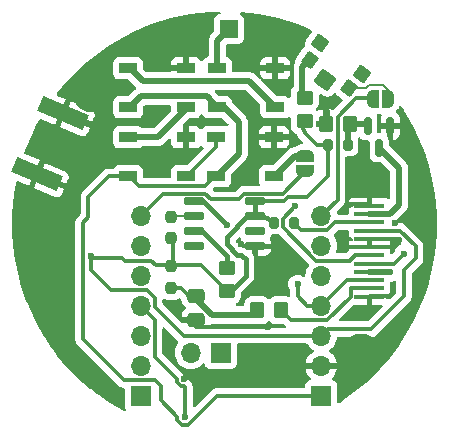
<source format=gbr>
%TF.GenerationSoftware,KiCad,Pcbnew,8.0.1*%
%TF.CreationDate,2024-04-01T21:43:51+02:00*%
%TF.ProjectId,SenseLoraCAM,53656e73-654c-46f7-9261-43414d2e6b69,rev?*%
%TF.SameCoordinates,Original*%
%TF.FileFunction,Copper,L2,Bot*%
%TF.FilePolarity,Positive*%
%FSLAX46Y46*%
G04 Gerber Fmt 4.6, Leading zero omitted, Abs format (unit mm)*
G04 Created by KiCad (PCBNEW 8.0.1) date 2024-04-01 21:43:51*
%MOMM*%
%LPD*%
G01*
G04 APERTURE LIST*
G04 Aperture macros list*
%AMRoundRect*
0 Rectangle with rounded corners*
0 $1 Rounding radius*
0 $2 $3 $4 $5 $6 $7 $8 $9 X,Y pos of 4 corners*
0 Add a 4 corners polygon primitive as box body*
4,1,4,$2,$3,$4,$5,$6,$7,$8,$9,$2,$3,0*
0 Add four circle primitives for the rounded corners*
1,1,$1+$1,$2,$3*
1,1,$1+$1,$4,$5*
1,1,$1+$1,$6,$7*
1,1,$1+$1,$8,$9*
0 Add four rect primitives between the rounded corners*
20,1,$1+$1,$2,$3,$4,$5,0*
20,1,$1+$1,$4,$5,$6,$7,0*
20,1,$1+$1,$6,$7,$8,$9,0*
20,1,$1+$1,$8,$9,$2,$3,0*%
%AMRotRect*
0 Rectangle, with rotation*
0 The origin of the aperture is its center*
0 $1 length*
0 $2 width*
0 $3 Rotation angle, in degrees counterclockwise*
0 Add horizontal line*
21,1,$1,$2,0,0,$3*%
%AMFreePoly0*
4,1,19,0.500000,-0.750000,0.000000,-0.750000,0.000000,-0.744911,-0.071157,-0.744911,-0.207708,-0.704816,-0.327430,-0.627875,-0.420627,-0.520320,-0.479746,-0.390866,-0.500000,-0.250000,-0.500000,0.250000,-0.479746,0.390866,-0.420627,0.520320,-0.327430,0.627875,-0.207708,0.704816,-0.071157,0.744911,0.000000,0.744911,0.000000,0.750000,0.500000,0.750000,0.500000,-0.750000,0.500000,-0.750000,
$1*%
%AMFreePoly1*
4,1,19,0.000000,0.744911,0.071157,0.744911,0.207708,0.704816,0.327430,0.627875,0.420627,0.520320,0.479746,0.390866,0.500000,0.250000,0.500000,-0.250000,0.479746,-0.390866,0.420627,-0.520320,0.327430,-0.627875,0.207708,-0.704816,0.071157,-0.744911,0.000000,-0.744911,0.000000,-0.750000,-0.500000,-0.750000,-0.500000,0.750000,0.000000,0.750000,0.000000,0.744911,0.000000,0.744911,
$1*%
G04 Aperture macros list end*
%TA.AperFunction,SMDPad,CuDef*%
%ADD10RotRect,1.350000X4.200000X247.000000*%
%TD*%
%TA.AperFunction,ComponentPad*%
%ADD11R,1.700000X1.700000*%
%TD*%
%TA.AperFunction,ComponentPad*%
%ADD12O,1.700000X1.700000*%
%TD*%
%TA.AperFunction,SMDPad,CuDef*%
%ADD13RoundRect,0.250000X-0.475000X0.337500X-0.475000X-0.337500X0.475000X-0.337500X0.475000X0.337500X0*%
%TD*%
%TA.AperFunction,SMDPad,CuDef*%
%ADD14RoundRect,0.250000X0.450000X-0.350000X0.450000X0.350000X-0.450000X0.350000X-0.450000X-0.350000X0*%
%TD*%
%TA.AperFunction,SMDPad,CuDef*%
%ADD15R,1.500000X0.900000*%
%TD*%
%TA.AperFunction,SMDPad,CuDef*%
%ADD16RoundRect,0.250000X0.350000X0.450000X-0.350000X0.450000X-0.350000X-0.450000X0.350000X-0.450000X0*%
%TD*%
%TA.AperFunction,SMDPad,CuDef*%
%ADD17R,2.500000X0.350000*%
%TD*%
%TA.AperFunction,SMDPad,CuDef*%
%ADD18FreePoly0,270.000000*%
%TD*%
%TA.AperFunction,SMDPad,CuDef*%
%ADD19FreePoly1,270.000000*%
%TD*%
%TA.AperFunction,SMDPad,CuDef*%
%ADD20RoundRect,0.200000X0.200000X0.275000X-0.200000X0.275000X-0.200000X-0.275000X0.200000X-0.275000X0*%
%TD*%
%TA.AperFunction,SMDPad,CuDef*%
%ADD21FreePoly0,0.000000*%
%TD*%
%TA.AperFunction,SMDPad,CuDef*%
%ADD22FreePoly1,0.000000*%
%TD*%
%TA.AperFunction,SMDPad,CuDef*%
%ADD23RoundRect,0.150000X-0.150000X0.587500X-0.150000X-0.587500X0.150000X-0.587500X0.150000X0.587500X0*%
%TD*%
%TA.AperFunction,SMDPad,CuDef*%
%ADD24R,1.500000X1.500000*%
%TD*%
%TA.AperFunction,SMDPad,CuDef*%
%ADD25RoundRect,0.165000X-0.567158X-0.125625X0.055785X-0.578220X0.567158X0.125625X-0.055785X0.578220X0*%
%TD*%
%TA.AperFunction,ComponentPad*%
%ADD26C,0.950000*%
%TD*%
%TA.AperFunction,SMDPad,CuDef*%
%ADD27RoundRect,0.180000X-0.586657X-0.092917X0.092917X-0.586657X0.586657X0.092917X-0.092917X0.586657X0*%
%TD*%
%TA.AperFunction,SMDPad,CuDef*%
%ADD28RoundRect,0.210000X-0.724884X-0.079014X0.148854X-0.713822X0.724884X0.079014X-0.148854X0.713822X0*%
%TD*%
%TA.AperFunction,SMDPad,CuDef*%
%ADD29RoundRect,0.250000X-0.350000X-0.450000X0.350000X-0.450000X0.350000X0.450000X-0.350000X0.450000X0*%
%TD*%
%TA.AperFunction,SMDPad,CuDef*%
%ADD30RoundRect,0.237500X0.237500X-0.250000X0.237500X0.250000X-0.237500X0.250000X-0.237500X-0.250000X0*%
%TD*%
%TA.AperFunction,SMDPad,CuDef*%
%ADD31RoundRect,0.237500X-0.237500X0.250000X-0.237500X-0.250000X0.237500X-0.250000X0.237500X0.250000X0*%
%TD*%
%TA.AperFunction,SMDPad,CuDef*%
%ADD32RoundRect,0.200000X-0.200000X-0.275000X0.200000X-0.275000X0.200000X0.275000X-0.200000X0.275000X0*%
%TD*%
%TA.AperFunction,SMDPad,CuDef*%
%ADD33RoundRect,0.150000X0.725000X0.150000X-0.725000X0.150000X-0.725000X-0.150000X0.725000X-0.150000X0*%
%TD*%
%TA.AperFunction,ViaPad*%
%ADD34C,0.500000*%
%TD*%
%TA.AperFunction,ViaPad*%
%ADD35C,0.600000*%
%TD*%
%TA.AperFunction,ViaPad*%
%ADD36C,3.300000*%
%TD*%
%TA.AperFunction,Conductor*%
%ADD37C,0.300000*%
%TD*%
%TA.AperFunction,Conductor*%
%ADD38C,0.400000*%
%TD*%
%TA.AperFunction,Conductor*%
%ADD39C,0.500000*%
%TD*%
%TA.AperFunction,Conductor*%
%ADD40C,0.200000*%
%TD*%
G04 APERTURE END LIST*
D10*
%TO.P,AE1,2,Shield*%
%TO.N,GND*%
X100320022Y-70294942D03*
X98112392Y-75495794D03*
%TD*%
D11*
%TO.P,J3,1,Pin_1*%
%TO.N,+BATT*%
X122200000Y-94240000D03*
D12*
%TO.P,J3,2,Pin_2*%
%TO.N,GND*%
X122200000Y-91700000D03*
%TO.P,J3,3,Pin_3*%
%TO.N,+3.3VP*%
X122200000Y-89160000D03*
%TO.P,J3,4,Pin_4*%
%TO.N,/GPIO09*%
X122200000Y-86620000D03*
%TO.P,J3,5,Pin_5*%
%TO.N,/GPIO08*%
X122200000Y-84080000D03*
%TO.P,J3,6,Pin_6*%
%TO.N,/GPIO07*%
X122200000Y-81540000D03*
%TO.P,J3,7,Pin_7*%
%TO.N,/GPIO44*%
X122200000Y-79000000D03*
%TD*%
D13*
%TO.P,C3,1*%
%TO.N,Net-(C3-Pad1)*%
X111600000Y-85762500D03*
%TO.P,C3,2*%
%TO.N,GND*%
X111600000Y-87837500D03*
%TD*%
D14*
%TO.P,R21,1*%
%TO.N,+3.3VP*%
X120800000Y-71000000D03*
%TO.P,R21,2*%
%TO.N,Net-(R21-Pad2)*%
X120800000Y-69000000D03*
%TD*%
D15*
%TO.P,D6,1,VDD*%
%TO.N,+BATT*%
X105850000Y-69800000D03*
%TO.P,D6,2,DOUT*%
%TO.N,Net-(D6-DOUT)*%
X105850000Y-66500000D03*
%TO.P,D6,3,VSS*%
%TO.N,GND*%
X110750000Y-66500000D03*
%TO.P,D6,4,DIN*%
%TO.N,Net-(D2-DOUT)*%
X110750000Y-69800000D03*
%TD*%
D16*
%TO.P,R19,1*%
%TO.N,Net-(U5-~{RESET})*%
X118775000Y-87000000D03*
%TO.P,R19,2*%
%TO.N,Net-(C3-Pad1)*%
X116775000Y-87000000D03*
%TD*%
D17*
%TO.P,U5,1,GND*%
%TO.N,GND*%
X126275000Y-78150000D03*
%TO.P,U5,2,LEDK*%
%TO.N,/LEDK*%
X126275000Y-78850000D03*
%TO.P,U5,3,LEDA*%
%TO.N,Net-(U5-LEDA)*%
X126275000Y-79550000D03*
%TO.P,U5,4,VDD*%
%TO.N,+3.3VP*%
X126275000Y-80250000D03*
%TO.P,U5,5,GND*%
%TO.N,GND*%
X126275000Y-80950000D03*
%TO.P,U5,6,GND*%
X126275000Y-81650000D03*
%TO.P,U5,7,D/C*%
%TO.N,/GPIO43*%
X126275000Y-82350000D03*
%TO.P,U5,8,~{CS}*%
%TO.N,/GPIO44*%
X126275000Y-83050000D03*
%TO.P,U5,9,SCK*%
%TO.N,/GPIO07*%
X126275000Y-83750000D03*
%TO.P,U5,10,SDI*%
%TO.N,/GPIO09*%
X126275000Y-84450000D03*
%TO.P,U5,11,~{RESET}*%
%TO.N,Net-(U5-~{RESET})*%
X126275000Y-85150000D03*
%TO.P,U5,12,GND*%
%TO.N,GND*%
X126275000Y-85850000D03*
%TD*%
D18*
%TO.P,JP1,1,A*%
%TO.N,/LED_WS2812*%
X120850000Y-73950000D03*
D19*
%TO.P,JP1,2,B*%
%TO.N,/GPIO43*%
X120850000Y-75250000D03*
%TD*%
D20*
%TO.P,R16,1*%
%TO.N,Net-(Q1-G)*%
X124425000Y-73000000D03*
%TO.P,R16,2*%
%TO.N,+3.3VP*%
X122775000Y-73000000D03*
%TD*%
D15*
%TO.P,D2,1,VDD*%
%TO.N,+BATT*%
X105850000Y-75650000D03*
%TO.P,D2,2,DOUT*%
%TO.N,Net-(D2-DOUT)*%
X105850000Y-72350000D03*
%TO.P,D2,3,VSS*%
%TO.N,GND*%
X110750000Y-72350000D03*
%TO.P,D2,4,DIN*%
%TO.N,Net-(D1-DOUT)*%
X110750000Y-75650000D03*
%TD*%
D11*
%TO.P,J2,1,Pin_1*%
%TO.N,Net-(J2-Pin_1)*%
X113675000Y-90600000D03*
D12*
%TO.P,J2,2,Pin_2*%
%TO.N,Net-(J2-Pin_2)*%
X111135000Y-90600000D03*
%TD*%
D21*
%TO.P,JP2,1,A*%
%TO.N,/GPIO44*%
X126550000Y-69100000D03*
D22*
%TO.P,JP2,2,B*%
%TO.N,/SW_X*%
X127850000Y-69100000D03*
%TD*%
D23*
%TO.P,Q1,1,G*%
%TO.N,Net-(Q1-G)*%
X126137500Y-71375000D03*
%TO.P,Q1,2,S*%
%TO.N,GND*%
X128037500Y-71375000D03*
%TO.P,Q1,3,D*%
%TO.N,/LEDK*%
X127087500Y-73250000D03*
%TD*%
D24*
%TO.P,LED1,1,1*%
%TO.N,Net-(D7-DOUT)*%
X114400000Y-63200000D03*
%TD*%
D25*
%TO.P,SW2,1,1*%
%TO.N,Net-(R21-Pad2)*%
X121246640Y-65774433D03*
%TO.P,SW2,2,2*%
%TO.N,/SW_X*%
X124563608Y-68184353D03*
D26*
%TO.P,SW2,SH*%
%TO.N,N/C*%
X122036353Y-64432289D03*
D27*
X122065743Y-64391839D03*
D28*
X122537758Y-67485029D03*
D27*
X125625418Y-66978094D03*
D26*
X125596029Y-67018545D03*
%TD*%
D14*
%TO.P,R2,1*%
%TO.N,+3.3VP*%
X114200000Y-85400000D03*
%TO.P,R2,2*%
%TO.N,/GPIO05*%
X114200000Y-83400000D03*
%TD*%
D15*
%TO.P,D7,1,VDD*%
%TO.N,+BATT*%
X113400000Y-69800000D03*
%TO.P,D7,2,DOUT*%
%TO.N,Net-(D7-DOUT)*%
X113400000Y-66500000D03*
%TO.P,D7,3,VSS*%
%TO.N,GND*%
X118300000Y-66500000D03*
%TO.P,D7,4,DIN*%
%TO.N,Net-(D6-DOUT)*%
X118300000Y-69800000D03*
%TD*%
D29*
%TO.P,R17,1*%
%TO.N,GND*%
X122625000Y-71200000D03*
%TO.P,R17,2*%
%TO.N,Net-(Q1-G)*%
X124625000Y-71200000D03*
%TD*%
D15*
%TO.P,D1,1,VDD*%
%TO.N,+BATT*%
X113300000Y-75650000D03*
%TO.P,D1,2,DOUT*%
%TO.N,Net-(D1-DOUT)*%
X113300000Y-72350000D03*
%TO.P,D1,3,VSS*%
%TO.N,GND*%
X118200000Y-72350000D03*
%TO.P,D1,4,DIN*%
%TO.N,/LED_WS2812*%
X118200000Y-75650000D03*
%TD*%
D11*
%TO.P,J4,1,Pin_1*%
%TO.N,/AUDIO_BCLK*%
X106900000Y-94240000D03*
D12*
%TO.P,J4,2,Pin_2*%
%TO.N,/AUDIO_LRC*%
X106900000Y-91700000D03*
%TO.P,J4,3,Pin_3*%
%TO.N,/GPIO03*%
X106900000Y-89160000D03*
%TO.P,J4,4,Pin_4*%
%TO.N,/AUDIO_DIN*%
X106900000Y-86620000D03*
%TO.P,J4,5,Pin_5*%
%TO.N,/GPIO05*%
X106900000Y-84080000D03*
%TO.P,J4,6,Pin_6*%
%TO.N,/GPIO06*%
X106900000Y-81540000D03*
%TO.P,J4,7,Pin_7*%
%TO.N,/GPIO43*%
X106900000Y-79000000D03*
%TD*%
D30*
%TO.P,R3,1*%
%TO.N,+3.3VP*%
X109500000Y-80912500D03*
%TO.P,R3,2*%
%TO.N,/GPIO06*%
X109500000Y-79087500D03*
%TD*%
D31*
%TO.P,R7,1*%
%TO.N,+3.3VP*%
X109500000Y-83287500D03*
%TO.P,R7,2*%
%TO.N,Net-(C3-Pad1)*%
X109500000Y-85112500D03*
%TD*%
D32*
%TO.P,R18,1*%
%TO.N,+3.3VP*%
X118200000Y-79600000D03*
%TO.P,R18,2*%
%TO.N,Net-(U5-LEDA)*%
X119850000Y-79600000D03*
%TD*%
D33*
%TO.P,U6,1,VDD*%
%TO.N,+3.3VP*%
X116600000Y-77790000D03*
%TO.P,U6,2,MODE*%
X116600000Y-79060000D03*
%TO.P,U6,3,OUT*%
%TO.N,unconnected-(U6-OUT-Pad3)*%
X116600000Y-80330000D03*
%TO.P,U6,4,GND*%
%TO.N,GND*%
X116600000Y-81600000D03*
%TO.P,U6,5,PUSH*%
%TO.N,unconnected-(U6-PUSH-Pad5)*%
X111450000Y-81600000D03*
%TO.P,U6,6,A*%
%TO.N,/GPIO05*%
X111450000Y-80330000D03*
%TO.P,U6,7,B*%
%TO.N,/GPIO06*%
X111450000Y-79060000D03*
%TO.P,U6,8,Z*%
%TO.N,/GPIO03*%
X111450000Y-77790000D03*
%TD*%
D34*
%TO.N,GND*%
X98200000Y-75600000D03*
D35*
X125800000Y-87200000D03*
X122000000Y-71200000D03*
X124000000Y-81800000D03*
X122400000Y-69800000D03*
D36*
X102800000Y-68600000D03*
D34*
X117000000Y-74200000D03*
X102700000Y-92900000D03*
X109000000Y-89800000D03*
D35*
X128740380Y-81059620D03*
D36*
X125600000Y-90600000D03*
D35*
X110600000Y-92800000D03*
X128400000Y-79600000D03*
X120000000Y-82800000D03*
X117725000Y-88400000D03*
X116200000Y-66400000D03*
X126200000Y-76800000D03*
D34*
X100400000Y-70200000D03*
D35*
X118200000Y-72600000D03*
D34*
X128000000Y-85800000D03*
D35*
X115400000Y-81400000D03*
%TO.N,+3.3VP*%
X120400000Y-71000000D03*
X102675000Y-82400000D03*
%TO.N,+BATT*%
X105850000Y-69800000D03*
%TO.N,/GPIO07*%
X128000000Y-83800000D03*
%TO.N,/GPIO09*%
X120200000Y-84800000D03*
%TO.N,/AUDIO_DIN*%
X110656786Y-96048000D03*
%TO.N,/GPIO03*%
X114200000Y-79800000D03*
%TO.N,/GPIO06*%
X109400000Y-79000000D03*
%TO.N,/GPIO05*%
X111450000Y-80330000D03*
%TO.N,/GPIO43*%
X120850000Y-75250000D03*
X120000000Y-78200000D03*
%TO.N,/GPIO44*%
X129200000Y-82200000D03*
%TD*%
D37*
%TO.N,GND*%
X122800000Y-71200000D02*
X122800000Y-70200000D01*
X122000000Y-71200000D02*
X122800000Y-71200000D01*
X126200000Y-77000000D02*
X126200000Y-76800000D01*
X111562500Y-88400000D02*
X117725000Y-88400000D01*
X128000000Y-85800000D02*
X126325000Y-85800000D01*
X126275000Y-81650000D02*
X128150000Y-81650000D01*
X111000000Y-87837500D02*
X111562500Y-88400000D01*
X115600000Y-81600000D02*
X115400000Y-81400000D01*
X124400000Y-77000000D02*
X126200000Y-77000000D01*
X126275000Y-78150000D02*
X126275000Y-78000000D01*
X124400000Y-78000000D02*
X124400000Y-77000000D01*
X126325000Y-85800000D02*
X126275000Y-85850000D01*
X128630760Y-80950000D02*
X128740380Y-81059620D01*
X124000000Y-81650000D02*
X124000000Y-81800000D01*
X126275000Y-81650000D02*
X124000000Y-81650000D01*
X126275000Y-78000000D02*
X124400000Y-78000000D01*
X126275000Y-80950000D02*
X128630760Y-80950000D01*
X128150000Y-81650000D02*
X128740380Y-81059620D01*
X116600000Y-81600000D02*
X115600000Y-81600000D01*
X122800000Y-70200000D02*
G75*
G03*
X122400000Y-69800000I-400000J0D01*
G01*
%TO.N,+3.3VP*%
X122775000Y-73000000D02*
X122775000Y-75625000D01*
D38*
X115100000Y-82300000D02*
X114200000Y-81400000D01*
D37*
X121800000Y-73000000D02*
X122775000Y-73000000D01*
X119407106Y-77400000D02*
X119017106Y-77790000D01*
X110559999Y-89160000D02*
X108100000Y-86700001D01*
X130200000Y-82600000D02*
X129200000Y-83600000D01*
X129200000Y-85828428D02*
X126428428Y-88600000D01*
X102675000Y-83575000D02*
X102675000Y-82400000D01*
X128850000Y-80250000D02*
X130200000Y-81600000D01*
X126428428Y-88600000D02*
X122760000Y-88600000D01*
X109600000Y-81012500D02*
X109500000Y-80912500D01*
X112000000Y-83200000D02*
X109000000Y-83200000D01*
X105362943Y-82600000D02*
X102875000Y-82600000D01*
X129200000Y-83600000D02*
X129200000Y-85828428D01*
D38*
X114200000Y-80800000D02*
X115940000Y-79060000D01*
X115800000Y-84126166D02*
X115800000Y-82673834D01*
D37*
X102875000Y-82600000D02*
X102675000Y-82400000D01*
X107800000Y-82800000D02*
X105562943Y-82800000D01*
D38*
X114200000Y-85400000D02*
X114526166Y-85400000D01*
D37*
X109000000Y-83200000D02*
X109587500Y-83200000D01*
X108100000Y-85955456D02*
X107424544Y-85280000D01*
X120400000Y-71000000D02*
X120800000Y-72000000D01*
D38*
X114526166Y-85400000D02*
X115800000Y-84126166D01*
X116600000Y-79060000D02*
X116896325Y-79060000D01*
X115426166Y-82300000D02*
X115100000Y-82300000D01*
D37*
X114200000Y-85400000D02*
X112000000Y-83200000D01*
D38*
X115940000Y-79060000D02*
X116600000Y-79060000D01*
X116600000Y-79060000D02*
X116600000Y-77790000D01*
D37*
X122760000Y-88600000D02*
X122200000Y-89160000D01*
X104380000Y-85280000D02*
X102675000Y-83575000D01*
X122200000Y-89160000D02*
X110559999Y-89160000D01*
X108100000Y-86700001D02*
X108100000Y-85955456D01*
X119017106Y-77790000D02*
X116600000Y-77790000D01*
X105562943Y-82800000D02*
X105362943Y-82600000D01*
X108200000Y-83200000D02*
X107800000Y-82800000D01*
X109600000Y-83187500D02*
X109600000Y-81012500D01*
D38*
X115800000Y-82673834D02*
X115426166Y-82300000D01*
D37*
X121000000Y-77400000D02*
X119407106Y-77400000D01*
X120800000Y-71000000D02*
X120400000Y-71000000D01*
X107424544Y-85280000D02*
X104380000Y-85280000D01*
X122775000Y-75625000D02*
X121000000Y-77400000D01*
X109000000Y-83200000D02*
X108200000Y-83200000D01*
X109587500Y-83200000D02*
X109600000Y-83187500D01*
X126275000Y-80250000D02*
X128850000Y-80250000D01*
X120800000Y-72000000D02*
X121800000Y-73000000D01*
X130200000Y-81600000D02*
X130200000Y-82600000D01*
D38*
X114200000Y-81400000D02*
X114200000Y-80800000D01*
X116896325Y-79060000D02*
G75*
G02*
X118199993Y-79600007I-25J-1843700D01*
G01*
D39*
%TO.N,Net-(C3-Pad1)*%
X116775000Y-87000000D02*
X116375000Y-87400000D01*
X116375000Y-87400000D02*
X112971878Y-87400000D01*
D37*
X110350000Y-85112500D02*
X111000000Y-85762500D01*
X109500000Y-85112500D02*
X110350000Y-85112500D01*
X109412500Y-85200000D02*
X109500000Y-85112500D01*
D39*
X111334378Y-85762500D02*
X111000000Y-85762500D01*
X112971878Y-87400000D02*
X111334378Y-85762500D01*
D37*
%TO.N,Net-(D1-DOUT)*%
X113300000Y-72400000D02*
X113300000Y-73200000D01*
X113300000Y-73200000D02*
X110850000Y-75650000D01*
D39*
%TO.N,Net-(D2-DOUT)*%
X105950000Y-72350000D02*
X108350000Y-72350000D01*
X108350000Y-72350000D02*
X110900000Y-69800000D01*
D37*
%TO.N,+BATT*%
X122200000Y-94240000D02*
X113384025Y-94240000D01*
X110387547Y-96698000D02*
X110006786Y-96317239D01*
D39*
X115200000Y-73800000D02*
X113300000Y-75700000D01*
D37*
X113384025Y-94240000D02*
X110926025Y-96698000D01*
D39*
X106900000Y-68900000D02*
X112500000Y-68900000D01*
D37*
X102472500Y-79127500D02*
X102472500Y-77400000D01*
X102025000Y-79575000D02*
X102472500Y-79127500D01*
X106750000Y-76450000D02*
X112350000Y-76450000D01*
X113100000Y-75700000D02*
X113300000Y-75700000D01*
X108600000Y-94600000D02*
X108600000Y-93400000D01*
X105950000Y-75650000D02*
X106750000Y-76450000D01*
D39*
X113960661Y-69800000D02*
X115200000Y-71039339D01*
D37*
X110006786Y-96006786D02*
X108600000Y-94600000D01*
X110926025Y-96698000D02*
X110387547Y-96698000D01*
D39*
X106000000Y-69800000D02*
X106900000Y-68900000D01*
D37*
X104222500Y-75650000D02*
X105950000Y-75650000D01*
D39*
X115200000Y-71039339D02*
X115200000Y-73800000D01*
D37*
X105500000Y-92900000D02*
X102025000Y-89425000D01*
X102025000Y-89425000D02*
X102025000Y-79575000D01*
X108600000Y-93400000D02*
X108100000Y-92900000D01*
D39*
X112500000Y-68900000D02*
X113400000Y-69800000D01*
D37*
X110006786Y-96317239D02*
X110006786Y-96006786D01*
X102472500Y-77400000D02*
X104222500Y-75650000D01*
X112350000Y-76450000D02*
X113100000Y-75700000D01*
X108100000Y-92900000D02*
X105500000Y-92900000D01*
D39*
X113400000Y-69800000D02*
X113960661Y-69800000D01*
%TO.N,/GPIO07*%
X128000000Y-83800000D02*
X126275000Y-83800000D01*
D37*
%TO.N,/GPIO09*%
X120200000Y-84800000D02*
X120200000Y-85800000D01*
X126275000Y-84450000D02*
X124370000Y-84450000D01*
X124370000Y-84450000D02*
X122200000Y-86620000D01*
X120200000Y-85800000D02*
X121020000Y-86620000D01*
X121020000Y-86620000D02*
X122200000Y-86620000D01*
D39*
%TO.N,/LEDK*%
X128800000Y-74962500D02*
X127087500Y-73250000D01*
X126275000Y-78850000D02*
X128025000Y-78850000D01*
X128800000Y-78075000D02*
X128800000Y-74962500D01*
X128025000Y-78850000D02*
X128800000Y-78075000D01*
%TO.N,Net-(Q1-G)*%
X124450000Y-71200000D02*
X125962500Y-71200000D01*
X125962500Y-71200000D02*
X126137500Y-71375000D01*
X124425000Y-73000000D02*
X124425000Y-71225000D01*
D37*
%TO.N,Net-(U5-LEDA)*%
X123347057Y-79550000D02*
X122697057Y-80200000D01*
X123347057Y-79550000D02*
X126275000Y-79550000D01*
X122697057Y-80200000D02*
X120450000Y-80200000D01*
X120450000Y-80200000D02*
X119850000Y-79600000D01*
%TO.N,Net-(U5-~{RESET})*%
X124675000Y-85842057D02*
X122697057Y-87820000D01*
X124725000Y-85150000D02*
X124675000Y-85200000D01*
X122697057Y-87820000D02*
X119595000Y-87820000D01*
X119595000Y-87820000D02*
X118600000Y-86825000D01*
X126275000Y-85150000D02*
X124725000Y-85150000D01*
X124675000Y-85200000D02*
X124675000Y-85842057D01*
D39*
%TO.N,Net-(R21-Pad2)*%
X120600000Y-66421072D02*
X121246639Y-65774433D01*
X120600000Y-69000000D02*
X120600000Y-66421072D01*
D37*
%TO.N,/AUDIO_DIN*%
X109950000Y-92809620D02*
X108100000Y-90959620D01*
X110590380Y-93450000D02*
X110330761Y-93450000D01*
X110656786Y-96048000D02*
X110656786Y-93516406D01*
X108100000Y-90959620D02*
X108100000Y-87820000D01*
X109950000Y-93069239D02*
X109950000Y-92809620D01*
X110656786Y-93516406D02*
X110590380Y-93450000D01*
X110330761Y-93450000D02*
X109950000Y-93069239D01*
X108100000Y-87820000D02*
X106900000Y-86620000D01*
D38*
%TO.N,/GPIO03*%
X112190000Y-77790000D02*
X111450000Y-77790000D01*
X114200000Y-79800000D02*
X112190000Y-77790000D01*
D40*
%TO.N,/GPIO06*%
X111450000Y-79060000D02*
X109060000Y-79060000D01*
D37*
%TO.N,/GPIO05*%
X106900000Y-84080000D02*
X106970000Y-84150000D01*
D38*
X112130000Y-80330000D02*
X114200000Y-82400000D01*
X111450000Y-80330000D02*
X112130000Y-80330000D01*
X114200000Y-82400000D02*
X114200000Y-83400000D01*
D37*
%TO.N,/GPIO43*%
X112386262Y-77140000D02*
X112846262Y-77600000D01*
X120000000Y-78200000D02*
X119991642Y-78200000D01*
X108760000Y-77140000D02*
X109200000Y-77140000D01*
X112846262Y-77600000D02*
X115203738Y-77600000D01*
X115663738Y-77140000D02*
X118960000Y-77140000D01*
X115203738Y-77600000D02*
X115663738Y-77140000D01*
X121762943Y-82800000D02*
X121702943Y-82740000D01*
X118950000Y-79241642D02*
X118950000Y-79987057D01*
X106900000Y-79000000D02*
X108760000Y-77140000D01*
X118960000Y-77140000D02*
X120850000Y-75250000D01*
X118950000Y-79987057D02*
X121702943Y-82740000D01*
X126275000Y-82350000D02*
X125050000Y-82350000D01*
X119991642Y-78200000D02*
X118950000Y-79241642D01*
X109200000Y-77140000D02*
X112386262Y-77140000D01*
X124600000Y-82800000D02*
X121762943Y-82800000D01*
X125050000Y-82350000D02*
X124600000Y-82800000D01*
%TO.N,/GPIO44*%
X123575000Y-77625000D02*
X122200000Y-79000000D01*
X123575000Y-70594544D02*
X123575000Y-77625000D01*
X126800000Y-69000000D02*
X125169544Y-69000000D01*
X126275000Y-83050000D02*
X128350000Y-83050000D01*
X128350000Y-83050000D02*
X129200000Y-82200000D01*
X125169544Y-69000000D02*
X123575000Y-70594544D01*
D39*
%TO.N,Net-(D6-DOUT)*%
X107100000Y-67600000D02*
X106000000Y-66500000D01*
X116100000Y-67600000D02*
X107100000Y-67600000D01*
X118300000Y-69800000D02*
X116100000Y-67600000D01*
%TO.N,Net-(D7-DOUT)*%
X113400000Y-66500000D02*
X113400000Y-64200000D01*
X113400000Y-64200000D02*
X114400000Y-63200000D01*
%TO.N,/LED_WS2812*%
X119950000Y-73950000D02*
X120850000Y-73950000D01*
X118200000Y-75700000D02*
X119950000Y-73950000D01*
D40*
%TO.N,/SW_X*%
X128100000Y-68682966D02*
X128100000Y-69000000D01*
X127974134Y-68517942D02*
X128100000Y-68682966D01*
X124563608Y-68184353D02*
X126015647Y-68184353D01*
X127843002Y-68361665D02*
X127974134Y-68517942D01*
X127426337Y-67945000D02*
X127843002Y-68361665D01*
X126255000Y-67945000D02*
X127426337Y-67945000D01*
X126015647Y-68184353D02*
X126255000Y-67945000D01*
%TD*%
%TA.AperFunction,Conductor*%
%TO.N,GND*%
G36*
X113603659Y-61723951D02*
G01*
X113651839Y-61774552D01*
X113665013Y-61843169D01*
X113638999Y-61908015D01*
X113582056Y-61948503D01*
X113554840Y-61954583D01*
X113542519Y-61955907D01*
X113407671Y-62006202D01*
X113407664Y-62006206D01*
X113292455Y-62092452D01*
X113292452Y-62092455D01*
X113206206Y-62207664D01*
X113206202Y-62207671D01*
X113155908Y-62342517D01*
X113149501Y-62402116D01*
X113149501Y-62402123D01*
X113149500Y-62402135D01*
X113149500Y-63337769D01*
X113129815Y-63404808D01*
X113113181Y-63425450D01*
X112817047Y-63721584D01*
X112777539Y-63780712D01*
X112777540Y-63780713D01*
X112734914Y-63844508D01*
X112678343Y-63981082D01*
X112678340Y-63981092D01*
X112649500Y-64126079D01*
X112649500Y-65433023D01*
X112629815Y-65500062D01*
X112577011Y-65545817D01*
X112549865Y-65553266D01*
X112550068Y-65554124D01*
X112542520Y-65555907D01*
X112407671Y-65606202D01*
X112407664Y-65606206D01*
X112292455Y-65692452D01*
X112292452Y-65692455D01*
X112206206Y-65807664D01*
X112206200Y-65807676D01*
X112190914Y-65848659D01*
X112149043Y-65904593D01*
X112083578Y-65929009D01*
X112015305Y-65914157D01*
X111965900Y-65864751D01*
X111958551Y-65848658D01*
X111943354Y-65807913D01*
X111943350Y-65807906D01*
X111857190Y-65692812D01*
X111857187Y-65692809D01*
X111742093Y-65606649D01*
X111742086Y-65606645D01*
X111607379Y-65556403D01*
X111607372Y-65556401D01*
X111547844Y-65550000D01*
X111000000Y-65550000D01*
X111000000Y-66626000D01*
X110980315Y-66693039D01*
X110927511Y-66738794D01*
X110876000Y-66750000D01*
X109500000Y-66750000D01*
X109489815Y-66760184D01*
X109480315Y-66792539D01*
X109427511Y-66838294D01*
X109376000Y-66849500D01*
X107462230Y-66849500D01*
X107395191Y-66829815D01*
X107374549Y-66813181D01*
X107136818Y-66575450D01*
X107103333Y-66514127D01*
X107100499Y-66487769D01*
X107100499Y-66250000D01*
X109500000Y-66250000D01*
X110500000Y-66250000D01*
X110500000Y-65550000D01*
X109952155Y-65550000D01*
X109892627Y-65556401D01*
X109892620Y-65556403D01*
X109757913Y-65606645D01*
X109757906Y-65606649D01*
X109642812Y-65692809D01*
X109642809Y-65692812D01*
X109556649Y-65807906D01*
X109556645Y-65807913D01*
X109506403Y-65942620D01*
X109506401Y-65942627D01*
X109500000Y-66002155D01*
X109500000Y-66250000D01*
X107100499Y-66250000D01*
X107100499Y-66002129D01*
X107100498Y-66002123D01*
X107100497Y-66002116D01*
X107094091Y-65942517D01*
X107088061Y-65926351D01*
X107043797Y-65807671D01*
X107043793Y-65807664D01*
X106957547Y-65692455D01*
X106957544Y-65692452D01*
X106842335Y-65606206D01*
X106842328Y-65606202D01*
X106707482Y-65555908D01*
X106707483Y-65555908D01*
X106647883Y-65549501D01*
X106647881Y-65549500D01*
X106647873Y-65549500D01*
X106647864Y-65549500D01*
X105052129Y-65549500D01*
X105052123Y-65549501D01*
X104992516Y-65555908D01*
X104857671Y-65606202D01*
X104857664Y-65606206D01*
X104742455Y-65692452D01*
X104742452Y-65692455D01*
X104656206Y-65807664D01*
X104656202Y-65807671D01*
X104605908Y-65942517D01*
X104600926Y-65988860D01*
X104599501Y-66002123D01*
X104599500Y-66002135D01*
X104599500Y-66997870D01*
X104599501Y-66997876D01*
X104605908Y-67057483D01*
X104656202Y-67192328D01*
X104656206Y-67192335D01*
X104742452Y-67307544D01*
X104742455Y-67307547D01*
X104857664Y-67393793D01*
X104857671Y-67393797D01*
X104992517Y-67444091D01*
X104992516Y-67444091D01*
X104999444Y-67444835D01*
X105052127Y-67450500D01*
X105837769Y-67450499D01*
X105904808Y-67470183D01*
X105925450Y-67486818D01*
X106515020Y-68076388D01*
X106548505Y-68137711D01*
X106543521Y-68207403D01*
X106501649Y-68263336D01*
X106496230Y-68267171D01*
X106421584Y-68317048D01*
X106421580Y-68317051D01*
X105925450Y-68813181D01*
X105864127Y-68846666D01*
X105837769Y-68849500D01*
X105052129Y-68849500D01*
X105052123Y-68849501D01*
X104992516Y-68855908D01*
X104857671Y-68906202D01*
X104857664Y-68906206D01*
X104742455Y-68992452D01*
X104742452Y-68992455D01*
X104656206Y-69107664D01*
X104656202Y-69107671D01*
X104605908Y-69242517D01*
X104601372Y-69284716D01*
X104599501Y-69302123D01*
X104599500Y-69302135D01*
X104599500Y-70297870D01*
X104599501Y-70297876D01*
X104605908Y-70357483D01*
X104656202Y-70492328D01*
X104656206Y-70492335D01*
X104742452Y-70607544D01*
X104742455Y-70607547D01*
X104857664Y-70693793D01*
X104857671Y-70693797D01*
X104992517Y-70744091D01*
X104992516Y-70744091D01*
X104999444Y-70744835D01*
X105052127Y-70750500D01*
X106647872Y-70750499D01*
X106707483Y-70744091D01*
X106842331Y-70693796D01*
X106957546Y-70607546D01*
X107043796Y-70492331D01*
X107094091Y-70357483D01*
X107100500Y-70297873D01*
X107100499Y-69812229D01*
X107120183Y-69745191D01*
X107136819Y-69724548D01*
X107174550Y-69686818D01*
X107235874Y-69653333D01*
X107262230Y-69650500D01*
X109375500Y-69650500D01*
X109442539Y-69670185D01*
X109488294Y-69722989D01*
X109499500Y-69774500D01*
X109499500Y-70087769D01*
X109479815Y-70154808D01*
X109463181Y-70175450D01*
X108075451Y-71563181D01*
X108014128Y-71596666D01*
X107987770Y-71599500D01*
X107062320Y-71599500D01*
X106995281Y-71579815D01*
X106963052Y-71549809D01*
X106957548Y-71542457D01*
X106957546Y-71542454D01*
X106904574Y-71502799D01*
X106842335Y-71456206D01*
X106842328Y-71456202D01*
X106707482Y-71405908D01*
X106707483Y-71405908D01*
X106647883Y-71399501D01*
X106647881Y-71399500D01*
X106647873Y-71399500D01*
X106647864Y-71399500D01*
X105052129Y-71399500D01*
X105052123Y-71399501D01*
X104992516Y-71405908D01*
X104857671Y-71456202D01*
X104857664Y-71456206D01*
X104742455Y-71542452D01*
X104742452Y-71542455D01*
X104656206Y-71657664D01*
X104656202Y-71657671D01*
X104605908Y-71792517D01*
X104599501Y-71852116D01*
X104599500Y-71852135D01*
X104599500Y-72847870D01*
X104599501Y-72847876D01*
X104605908Y-72907483D01*
X104656202Y-73042328D01*
X104656206Y-73042335D01*
X104742452Y-73157544D01*
X104742455Y-73157547D01*
X104857664Y-73243793D01*
X104857671Y-73243797D01*
X104992517Y-73294091D01*
X104992516Y-73294091D01*
X104999444Y-73294835D01*
X105052127Y-73300500D01*
X106647872Y-73300499D01*
X106707483Y-73294091D01*
X106842331Y-73243796D01*
X106957546Y-73157546D01*
X106963052Y-73150191D01*
X107018985Y-73108319D01*
X107062320Y-73100500D01*
X108423920Y-73100500D01*
X108521462Y-73081096D01*
X108568913Y-73071658D01*
X108705495Y-73015084D01*
X108780504Y-72964965D01*
X108828416Y-72932952D01*
X109288320Y-72473047D01*
X109349642Y-72439563D01*
X109419333Y-72444547D01*
X109475267Y-72486418D01*
X109499684Y-72551883D01*
X109500000Y-72560729D01*
X109500000Y-72847844D01*
X109506401Y-72907372D01*
X109506403Y-72907379D01*
X109556645Y-73042086D01*
X109556649Y-73042093D01*
X109642809Y-73157187D01*
X109642812Y-73157190D01*
X109757906Y-73243350D01*
X109757913Y-73243354D01*
X109892620Y-73293596D01*
X109892627Y-73293598D01*
X109952155Y-73299999D01*
X109952172Y-73300000D01*
X110500000Y-73300000D01*
X110500000Y-71384732D01*
X110484879Y-71357041D01*
X110489863Y-71287349D01*
X110518364Y-71243002D01*
X110974548Y-70786818D01*
X111035871Y-70753333D01*
X111062229Y-70750499D01*
X111547871Y-70750499D01*
X111547872Y-70750499D01*
X111607483Y-70744091D01*
X111742331Y-70693796D01*
X111857546Y-70607546D01*
X111943796Y-70492331D01*
X111943798Y-70492326D01*
X111958818Y-70452056D01*
X112000688Y-70396122D01*
X112066153Y-70371704D01*
X112134426Y-70386555D01*
X112183832Y-70435960D01*
X112191182Y-70452056D01*
X112206201Y-70492326D01*
X112206206Y-70492335D01*
X112292452Y-70607544D01*
X112292455Y-70607547D01*
X112407664Y-70693793D01*
X112407671Y-70693797D01*
X112542517Y-70744091D01*
X112542516Y-70744091D01*
X112549444Y-70744835D01*
X112602127Y-70750500D01*
X113798430Y-70750499D01*
X113865469Y-70770184D01*
X113886111Y-70786818D01*
X114308977Y-71209684D01*
X114342462Y-71271007D01*
X114337478Y-71340699D01*
X114295606Y-71396632D01*
X114230142Y-71421049D01*
X114177964Y-71413547D01*
X114157485Y-71405909D01*
X114157483Y-71405908D01*
X114097883Y-71399501D01*
X114097881Y-71399500D01*
X114097873Y-71399500D01*
X114097864Y-71399500D01*
X112502129Y-71399500D01*
X112502123Y-71399501D01*
X112442516Y-71405908D01*
X112307671Y-71456202D01*
X112307664Y-71456206D01*
X112192455Y-71542452D01*
X112123953Y-71633958D01*
X112068019Y-71675828D01*
X111998327Y-71680812D01*
X111937004Y-71647326D01*
X111925420Y-71633957D01*
X111857186Y-71542808D01*
X111742093Y-71456649D01*
X111742086Y-71456645D01*
X111607379Y-71406403D01*
X111607372Y-71406401D01*
X111547844Y-71400000D01*
X111000000Y-71400000D01*
X111000000Y-73300000D01*
X111547828Y-73300000D01*
X111547844Y-73299999D01*
X111607372Y-73293598D01*
X111607379Y-73293596D01*
X111742086Y-73243354D01*
X111742093Y-73243350D01*
X111857187Y-73157190D01*
X111857188Y-73157189D01*
X111925420Y-73066043D01*
X111981353Y-73024171D01*
X112051045Y-73019187D01*
X112112368Y-73052672D01*
X112123953Y-73066041D01*
X112192454Y-73157546D01*
X112209461Y-73170278D01*
X112251331Y-73226212D01*
X112256314Y-73295904D01*
X112222829Y-73357224D01*
X110916871Y-74663181D01*
X110855548Y-74696666D01*
X110829190Y-74699500D01*
X109952129Y-74699500D01*
X109952123Y-74699501D01*
X109892516Y-74705908D01*
X109757671Y-74756202D01*
X109757664Y-74756206D01*
X109642455Y-74842452D01*
X109642452Y-74842455D01*
X109556206Y-74957664D01*
X109556202Y-74957671D01*
X109505910Y-75092513D01*
X109505909Y-75092517D01*
X109499500Y-75152127D01*
X109499500Y-75474548D01*
X109499501Y-75675500D01*
X109479817Y-75742539D01*
X109427013Y-75788294D01*
X109375501Y-75799500D01*
X107224500Y-75799500D01*
X107157461Y-75779815D01*
X107111706Y-75727011D01*
X107100500Y-75675500D01*
X107100499Y-75152129D01*
X107100498Y-75152123D01*
X107100497Y-75152116D01*
X107094091Y-75092517D01*
X107087011Y-75073535D01*
X107043797Y-74957671D01*
X107043793Y-74957664D01*
X106957547Y-74842455D01*
X106957544Y-74842452D01*
X106842335Y-74756206D01*
X106842328Y-74756202D01*
X106707482Y-74705908D01*
X106707483Y-74705908D01*
X106647883Y-74699501D01*
X106647881Y-74699500D01*
X106647873Y-74699500D01*
X106647864Y-74699500D01*
X105052129Y-74699500D01*
X105052123Y-74699501D01*
X104992516Y-74705908D01*
X104857671Y-74756202D01*
X104857664Y-74756206D01*
X104742456Y-74842452D01*
X104742455Y-74842453D01*
X104742454Y-74842454D01*
X104707925Y-74888579D01*
X104662087Y-74949811D01*
X104606153Y-74991682D01*
X104562820Y-74999500D01*
X104158429Y-74999500D01*
X104032761Y-75024497D01*
X104032755Y-75024499D01*
X103921111Y-75070744D01*
X103921108Y-75070745D01*
X103914377Y-75073532D01*
X103914374Y-75073534D01*
X103807826Y-75144726D01*
X101967227Y-76985325D01*
X101967221Y-76985332D01*
X101924992Y-77048533D01*
X101924993Y-77048534D01*
X101896034Y-77091874D01*
X101846999Y-77210255D01*
X101846997Y-77210261D01*
X101822000Y-77335928D01*
X101822000Y-78806691D01*
X101802315Y-78873730D01*
X101785681Y-78894372D01*
X101519727Y-79160325D01*
X101519726Y-79160326D01*
X101448534Y-79266874D01*
X101399499Y-79385255D01*
X101399497Y-79385261D01*
X101374500Y-79510928D01*
X101374500Y-89489071D01*
X101391576Y-89574914D01*
X101391576Y-89574915D01*
X101399497Y-89614737D01*
X101399498Y-89614742D01*
X101420431Y-89665277D01*
X101448535Y-89733127D01*
X101518497Y-89837834D01*
X101519726Y-89839673D01*
X101519727Y-89839674D01*
X104994724Y-93314669D01*
X105057421Y-93377366D01*
X105085332Y-93405277D01*
X105191866Y-93476461D01*
X105191872Y-93476464D01*
X105191873Y-93476465D01*
X105310256Y-93525501D01*
X105310260Y-93525501D01*
X105310261Y-93525502D01*
X105435924Y-93550499D01*
X105435927Y-93550499D01*
X105435931Y-93550500D01*
X105435934Y-93550500D01*
X105437641Y-93550668D01*
X105438484Y-93551008D01*
X105441906Y-93551689D01*
X105441776Y-93552337D01*
X105502431Y-93576822D01*
X105542796Y-93633852D01*
X105549500Y-93674072D01*
X105549500Y-95137870D01*
X105549501Y-95137876D01*
X105555908Y-95197483D01*
X105606202Y-95332328D01*
X105606204Y-95332331D01*
X105633600Y-95368927D01*
X105658018Y-95434391D01*
X105643167Y-95502665D01*
X105593762Y-95552070D01*
X105525489Y-95566923D01*
X105473175Y-95551107D01*
X104877920Y-95213612D01*
X104760246Y-95146893D01*
X104755275Y-95143919D01*
X104046360Y-94696820D01*
X104041524Y-94693609D01*
X103354379Y-94213797D01*
X103349692Y-94210358D01*
X103182855Y-94081821D01*
X102685784Y-93698859D01*
X102681267Y-93695208D01*
X102656343Y-93674072D01*
X102042053Y-93153143D01*
X102037736Y-93149306D01*
X101424616Y-92577860D01*
X101420463Y-92573803D01*
X100834834Y-91974280D01*
X100830886Y-91970045D01*
X100273952Y-91343677D01*
X100270218Y-91339272D01*
X100187138Y-91236513D01*
X99862845Y-90835403D01*
X99743301Y-90687542D01*
X99739753Y-90682937D01*
X99588872Y-90477302D01*
X99243950Y-90007209D01*
X99240643Y-90002474D01*
X98777045Y-89304228D01*
X98773952Y-89299324D01*
X98729778Y-89225502D01*
X98343601Y-88580133D01*
X98340738Y-88575081D01*
X98292294Y-88484767D01*
X97944590Y-87836547D01*
X97941968Y-87831371D01*
X97939297Y-87825776D01*
X97580845Y-87075021D01*
X97578480Y-87069753D01*
X97253213Y-86297325D01*
X97251089Y-86291930D01*
X97236730Y-86252797D01*
X96962388Y-85505114D01*
X96960516Y-85499616D01*
X96939397Y-85432484D01*
X96709018Y-84700152D01*
X96707405Y-84694568D01*
X96678602Y-84585368D01*
X96493652Y-83884178D01*
X96492313Y-83878574D01*
X96316768Y-83059007D01*
X96315693Y-83053340D01*
X96178759Y-82226452D01*
X96177953Y-82220761D01*
X96079924Y-81388343D01*
X96079387Y-81382624D01*
X96020487Y-80546584D01*
X96020215Y-80540781D01*
X96000568Y-79702899D01*
X96000568Y-79697093D01*
X96001121Y-79673535D01*
X96020215Y-78859213D01*
X96020488Y-78853411D01*
X96023609Y-78809106D01*
X96079387Y-78017371D01*
X96079924Y-78011660D01*
X96177954Y-77179232D01*
X96178758Y-77173553D01*
X96261308Y-76675068D01*
X97883409Y-76675068D01*
X99630377Y-77416612D01*
X99687681Y-77433984D01*
X99831319Y-77440370D01*
X99831320Y-77440369D01*
X99970936Y-77406029D01*
X100095225Y-77333746D01*
X100095229Y-77333743D01*
X100194111Y-77229376D01*
X100223273Y-77177061D01*
X100408021Y-76741820D01*
X98244835Y-75823602D01*
X97883409Y-76675068D01*
X96261308Y-76675068D01*
X96315694Y-76346654D01*
X96316767Y-76340997D01*
X96350288Y-76184501D01*
X96383576Y-76123073D01*
X96444792Y-76089393D01*
X96514499Y-76094154D01*
X96519988Y-76096331D01*
X97423156Y-76479703D01*
X97784583Y-75628237D01*
X97897021Y-75363349D01*
X98440200Y-75363349D01*
X100603386Y-76281567D01*
X100788135Y-75846326D01*
X100788139Y-75846317D01*
X100805508Y-75789017D01*
X100805509Y-75789015D01*
X100811895Y-75645376D01*
X100777555Y-75505759D01*
X100705268Y-75381468D01*
X100600900Y-75282585D01*
X100548592Y-75253427D01*
X98801626Y-74511883D01*
X98440200Y-75363349D01*
X97897021Y-75363349D01*
X98341373Y-74316518D01*
X97122962Y-73799333D01*
X97068944Y-73755018D01*
X97047458Y-73688534D01*
X97055001Y-73642481D01*
X97251100Y-73108040D01*
X97253207Y-73102689D01*
X97578487Y-72330230D01*
X97580837Y-72324994D01*
X97941981Y-71568600D01*
X97944581Y-71563470D01*
X97992456Y-71474217D01*
X100091039Y-71474217D01*
X101838007Y-72215760D01*
X101895311Y-72233132D01*
X102038949Y-72239518D01*
X102038950Y-72239517D01*
X102178566Y-72205177D01*
X102302855Y-72132894D01*
X102302859Y-72132891D01*
X102401741Y-72028524D01*
X102430903Y-71976209D01*
X102615651Y-71540968D01*
X100452465Y-70622750D01*
X100091039Y-71474217D01*
X97992456Y-71474217D01*
X98328147Y-70848391D01*
X98377181Y-70798620D01*
X98445341Y-70783259D01*
X98485869Y-70792863D01*
X99630786Y-71278851D01*
X99992213Y-70427385D01*
X100104651Y-70162497D01*
X100647830Y-70162497D01*
X102811016Y-71080715D01*
X102995765Y-70645474D01*
X102995769Y-70645465D01*
X103013138Y-70588165D01*
X103013139Y-70588163D01*
X103019525Y-70444524D01*
X102985185Y-70304907D01*
X102912898Y-70180616D01*
X102808530Y-70081733D01*
X102756222Y-70052575D01*
X101009256Y-69311031D01*
X100647830Y-70162497D01*
X100104651Y-70162497D01*
X100549003Y-69115666D01*
X99857808Y-68822270D01*
X99803789Y-68777955D01*
X99782304Y-68711471D01*
X99800174Y-68643925D01*
X99809832Y-68630167D01*
X99818484Y-68619466D01*
X100270243Y-68060696D01*
X100273934Y-68056343D01*
X100830905Y-67429932D01*
X100834817Y-67425736D01*
X101420491Y-66826168D01*
X101424594Y-66822159D01*
X102037759Y-66250672D01*
X102042029Y-66246876D01*
X102681297Y-65704766D01*
X102685757Y-65701160D01*
X103349721Y-65189619D01*
X103354350Y-65186223D01*
X104041560Y-64706365D01*
X104046330Y-64703197D01*
X104755306Y-64256060D01*
X104760214Y-64253124D01*
X105489327Y-63839734D01*
X105494420Y-63837002D01*
X106242095Y-63458248D01*
X106247306Y-63455760D01*
X107011889Y-63112478D01*
X107017217Y-63110234D01*
X107797104Y-62803146D01*
X107802504Y-62801165D01*
X108595889Y-62530983D01*
X108601392Y-62529251D01*
X109406576Y-62296551D01*
X109412159Y-62295078D01*
X110227378Y-62100372D01*
X110233037Y-62099160D01*
X111056434Y-61942889D01*
X111062154Y-61941942D01*
X111892017Y-61824429D01*
X111897727Y-61823757D01*
X112732162Y-61745274D01*
X112737955Y-61744866D01*
X113535773Y-61707430D01*
X113603659Y-61723951D01*
G37*
%TD.AperFunction*%
%TA.AperFunction,Conductor*%
G36*
X108955703Y-88476096D02*
G01*
X108962181Y-88482128D01*
X110069117Y-89589065D01*
X110102602Y-89650388D01*
X110097618Y-89720080D01*
X110083011Y-89747869D01*
X109960965Y-89922169D01*
X109960964Y-89922171D01*
X109861098Y-90136335D01*
X109861094Y-90136344D01*
X109799938Y-90364586D01*
X109799936Y-90364596D01*
X109779341Y-90599999D01*
X109779341Y-90600000D01*
X109799936Y-90835403D01*
X109799938Y-90835413D01*
X109861094Y-91063655D01*
X109861096Y-91063659D01*
X109861097Y-91063663D01*
X109941620Y-91236344D01*
X109960965Y-91277830D01*
X109960967Y-91277834D01*
X110041603Y-91392993D01*
X110096505Y-91471401D01*
X110263599Y-91638495D01*
X110343004Y-91694095D01*
X110457165Y-91774032D01*
X110457167Y-91774033D01*
X110457170Y-91774035D01*
X110671337Y-91873903D01*
X110899592Y-91935063D01*
X111076034Y-91950500D01*
X111134999Y-91955659D01*
X111135000Y-91955659D01*
X111135001Y-91955659D01*
X111193966Y-91950500D01*
X111370408Y-91935063D01*
X111598663Y-91873903D01*
X111812830Y-91774035D01*
X112006401Y-91638495D01*
X112128329Y-91516566D01*
X112189648Y-91483084D01*
X112259340Y-91488068D01*
X112315274Y-91529939D01*
X112332189Y-91560917D01*
X112381202Y-91692328D01*
X112381206Y-91692335D01*
X112467452Y-91807544D01*
X112467455Y-91807547D01*
X112582664Y-91893793D01*
X112582671Y-91893797D01*
X112717517Y-91944091D01*
X112717516Y-91944091D01*
X112724444Y-91944835D01*
X112777127Y-91950500D01*
X114572872Y-91950499D01*
X114632483Y-91944091D01*
X114767331Y-91893796D01*
X114882546Y-91807546D01*
X114968796Y-91692331D01*
X115019091Y-91557483D01*
X115025500Y-91497873D01*
X115025499Y-89934499D01*
X115045184Y-89867461D01*
X115097987Y-89821706D01*
X115149499Y-89810500D01*
X120942278Y-89810500D01*
X121009317Y-89830185D01*
X121043853Y-89863377D01*
X121161501Y-90031396D01*
X121161506Y-90031402D01*
X121328597Y-90198493D01*
X121328603Y-90198498D01*
X121514594Y-90328730D01*
X121558219Y-90383307D01*
X121565413Y-90452805D01*
X121533890Y-90515160D01*
X121514595Y-90531880D01*
X121328922Y-90661890D01*
X121328920Y-90661891D01*
X121161891Y-90828920D01*
X121161886Y-90828926D01*
X121026400Y-91022420D01*
X121026399Y-91022422D01*
X120926570Y-91236507D01*
X120926567Y-91236513D01*
X120869364Y-91449999D01*
X120869364Y-91450000D01*
X121766988Y-91450000D01*
X121734075Y-91507007D01*
X121700000Y-91634174D01*
X121700000Y-91765826D01*
X121734075Y-91892993D01*
X121766988Y-91950000D01*
X120869364Y-91950000D01*
X120926567Y-92163486D01*
X120926570Y-92163492D01*
X121026399Y-92377578D01*
X121161894Y-92571082D01*
X121283946Y-92693134D01*
X121317431Y-92754457D01*
X121312447Y-92824149D01*
X121270575Y-92880082D01*
X121239598Y-92896997D01*
X121107671Y-92946202D01*
X121107664Y-92946206D01*
X120992455Y-93032452D01*
X120992452Y-93032455D01*
X120906206Y-93147664D01*
X120906202Y-93147671D01*
X120855908Y-93282517D01*
X120851162Y-93326667D01*
X120849501Y-93342123D01*
X120849500Y-93342135D01*
X120849500Y-93465500D01*
X120829815Y-93532539D01*
X120777011Y-93578294D01*
X120725500Y-93589500D01*
X113319954Y-93589500D01*
X113194286Y-93614497D01*
X113194280Y-93614499D01*
X113075899Y-93663534D01*
X112969351Y-93734726D01*
X112969350Y-93734727D01*
X111518967Y-95185111D01*
X111457644Y-95218596D01*
X111387952Y-95213612D01*
X111332019Y-95171740D01*
X111307602Y-95106276D01*
X111307286Y-95097430D01*
X111307286Y-93452334D01*
X111282288Y-93326667D01*
X111282287Y-93326666D01*
X111282287Y-93326662D01*
X111233251Y-93208279D01*
X111233249Y-93208276D01*
X111233150Y-93208127D01*
X111162063Y-93101737D01*
X111162057Y-93101730D01*
X111005053Y-92944726D01*
X111005049Y-92944723D01*
X110898507Y-92873535D01*
X110780124Y-92824499D01*
X110780122Y-92824498D01*
X110780121Y-92824498D01*
X110775283Y-92823536D01*
X110775278Y-92823535D01*
X110690712Y-92806713D01*
X110628801Y-92774328D01*
X110594227Y-92713612D01*
X110593287Y-92709288D01*
X110575502Y-92619881D01*
X110575501Y-92619880D01*
X110575501Y-92619876D01*
X110526465Y-92501493D01*
X110526463Y-92501490D01*
X110510192Y-92477138D01*
X110510191Y-92477138D01*
X110455277Y-92394951D01*
X110455275Y-92394949D01*
X110455273Y-92394946D01*
X108786819Y-90726492D01*
X108753334Y-90665169D01*
X108750500Y-90638811D01*
X108750500Y-88569809D01*
X108770185Y-88502770D01*
X108822989Y-88457015D01*
X108892147Y-88447071D01*
X108955703Y-88476096D01*
G37*
%TD.AperFunction*%
%TA.AperFunction,Conductor*%
G36*
X128949791Y-69703239D02*
G01*
X128986055Y-69738966D01*
X129202950Y-70065641D01*
X129222946Y-70095758D01*
X129226047Y-70100675D01*
X129656394Y-70819860D01*
X129659261Y-70824918D01*
X130055403Y-71563442D01*
X130058031Y-71568628D01*
X130419146Y-72324960D01*
X130421527Y-72330264D01*
X130746780Y-73102660D01*
X130748910Y-73108069D01*
X131037609Y-73894879D01*
X131039483Y-73900383D01*
X131290980Y-74699846D01*
X131292594Y-74705431D01*
X131506341Y-75515796D01*
X131507692Y-75521450D01*
X131683226Y-76340970D01*
X131684310Y-76346682D01*
X131821235Y-77173514D01*
X131822050Y-77179270D01*
X131920071Y-78011622D01*
X131920615Y-78017411D01*
X131979511Y-78853411D01*
X131979784Y-78859218D01*
X131999431Y-79697093D01*
X131999431Y-79702907D01*
X131979784Y-80540781D01*
X131979511Y-80546588D01*
X131920615Y-81382588D01*
X131920071Y-81388377D01*
X131822050Y-82220729D01*
X131821235Y-82226485D01*
X131684310Y-83053317D01*
X131683226Y-83059029D01*
X131507692Y-83878549D01*
X131506341Y-83884203D01*
X131292594Y-84694568D01*
X131290980Y-84700153D01*
X131039483Y-85499616D01*
X131037609Y-85505120D01*
X130748910Y-86291930D01*
X130746780Y-86297339D01*
X130421527Y-87069735D01*
X130419146Y-87075039D01*
X130058031Y-87831371D01*
X130055403Y-87836557D01*
X129659261Y-88575081D01*
X129656394Y-88580139D01*
X129226047Y-89299324D01*
X129222946Y-89304241D01*
X128759367Y-90002458D01*
X128756038Y-90007225D01*
X128260246Y-90682937D01*
X128256698Y-90687542D01*
X127729781Y-91339272D01*
X127726025Y-91343701D01*
X127532889Y-91560917D01*
X127169129Y-91970028D01*
X127165165Y-91974280D01*
X126579536Y-92573803D01*
X126575377Y-92577866D01*
X125962277Y-93149293D01*
X125957932Y-93153156D01*
X125318732Y-93695208D01*
X125314211Y-93698863D01*
X124650307Y-94210358D01*
X124645620Y-94213797D01*
X123958475Y-94693609D01*
X123953632Y-94696825D01*
X123740647Y-94831150D01*
X123673442Y-94850262D01*
X123606573Y-94830007D01*
X123561270Y-94776815D01*
X123550499Y-94726267D01*
X123550499Y-93342129D01*
X123550498Y-93342123D01*
X123550497Y-93342116D01*
X123544091Y-93282517D01*
X123535313Y-93258983D01*
X123493797Y-93147671D01*
X123493793Y-93147664D01*
X123407547Y-93032455D01*
X123407544Y-93032452D01*
X123292335Y-92946206D01*
X123292328Y-92946202D01*
X123160401Y-92896997D01*
X123104467Y-92855126D01*
X123080050Y-92789662D01*
X123094902Y-92721389D01*
X123116053Y-92693133D01*
X123238108Y-92571078D01*
X123373600Y-92377578D01*
X123473429Y-92163492D01*
X123473432Y-92163486D01*
X123530636Y-91950000D01*
X122633012Y-91950000D01*
X122665925Y-91892993D01*
X122700000Y-91765826D01*
X122700000Y-91634174D01*
X122665925Y-91507007D01*
X122633012Y-91450000D01*
X123530636Y-91450000D01*
X123530635Y-91449999D01*
X123473432Y-91236513D01*
X123473429Y-91236507D01*
X123373600Y-91022422D01*
X123373599Y-91022420D01*
X123238113Y-90828926D01*
X123238108Y-90828920D01*
X123071078Y-90661890D01*
X122885405Y-90531879D01*
X122841780Y-90477302D01*
X122834588Y-90407804D01*
X122866110Y-90345449D01*
X122885406Y-90328730D01*
X122921047Y-90303774D01*
X123071401Y-90198495D01*
X123238495Y-90031401D01*
X123374035Y-89837830D01*
X123473903Y-89623663D01*
X123535063Y-89395408D01*
X123537838Y-89363691D01*
X123563291Y-89298623D01*
X123619882Y-89257645D01*
X123661366Y-89250500D01*
X126492499Y-89250500D01*
X126577043Y-89233682D01*
X126618172Y-89225501D01*
X126736555Y-89176465D01*
X126761197Y-89160000D01*
X126761199Y-89159999D01*
X126788497Y-89141759D01*
X126843097Y-89105277D01*
X129705277Y-86243097D01*
X129776465Y-86136555D01*
X129788240Y-86108127D01*
X129825501Y-86018172D01*
X129847913Y-85905502D01*
X129850500Y-85892499D01*
X129850500Y-83920808D01*
X129870185Y-83853769D01*
X129886819Y-83833127D01*
X130705272Y-83014674D01*
X130705277Y-83014669D01*
X130776466Y-82908126D01*
X130810016Y-82827127D01*
X130825501Y-82789744D01*
X130844402Y-82694726D01*
X130850500Y-82664071D01*
X130850500Y-81535928D01*
X130825502Y-81410261D01*
X130825501Y-81410260D01*
X130825501Y-81410256D01*
X130781735Y-81304596D01*
X130776464Y-81291870D01*
X130705277Y-81185331D01*
X130705271Y-81185324D01*
X129264673Y-79744726D01*
X129264669Y-79744723D01*
X129158127Y-79673535D01*
X129039744Y-79624499D01*
X129039742Y-79624498D01*
X129039741Y-79624498D01*
X129034903Y-79623536D01*
X129034898Y-79623535D01*
X128914071Y-79599500D01*
X128914069Y-79599500D01*
X128636231Y-79599500D01*
X128569192Y-79579815D01*
X128523437Y-79527011D01*
X128513493Y-79457853D01*
X128542518Y-79394297D01*
X128548550Y-79387819D01*
X129382947Y-78553420D01*
X129382950Y-78553417D01*
X129382949Y-78553417D01*
X129382952Y-78553415D01*
X129444890Y-78460717D01*
X129465084Y-78430495D01*
X129494491Y-78359500D01*
X129498457Y-78349927D01*
X129502448Y-78340290D01*
X129521659Y-78293912D01*
X129550500Y-78148917D01*
X129550500Y-78001082D01*
X129550500Y-74888582D01*
X129550500Y-74888579D01*
X129535957Y-74815471D01*
X129535957Y-74815470D01*
X129521659Y-74743588D01*
X129468430Y-74615084D01*
X129465084Y-74607005D01*
X129465084Y-74607004D01*
X129408246Y-74521940D01*
X129408246Y-74521939D01*
X129382950Y-74484081D01*
X127924319Y-73025450D01*
X127890834Y-72964127D01*
X127888000Y-72937769D01*
X127888000Y-72596813D01*
X127887999Y-72596798D01*
X127885437Y-72564245D01*
X127885098Y-72559931D01*
X127873676Y-72520618D01*
X127842895Y-72414669D01*
X127839244Y-72402102D01*
X127804767Y-72343804D01*
X127787500Y-72280684D01*
X127787500Y-71625000D01*
X128287500Y-71625000D01*
X128287500Y-72609795D01*
X128287501Y-72609795D01*
X128289986Y-72609600D01*
X128447698Y-72563781D01*
X128589052Y-72480185D01*
X128589061Y-72480178D01*
X128705178Y-72364061D01*
X128705185Y-72364052D01*
X128788782Y-72222696D01*
X128788783Y-72222693D01*
X128834599Y-72064995D01*
X128834600Y-72064989D01*
X128837499Y-72028149D01*
X128837500Y-72028134D01*
X128837500Y-71625000D01*
X128287500Y-71625000D01*
X127787500Y-71625000D01*
X127237500Y-71625000D01*
X127237500Y-71888000D01*
X127217815Y-71955039D01*
X127165011Y-72000794D01*
X127113500Y-72012000D01*
X127062000Y-72012000D01*
X126994961Y-71992315D01*
X126949206Y-71939511D01*
X126938000Y-71888000D01*
X126938000Y-70721813D01*
X126937999Y-70721798D01*
X126937194Y-70711571D01*
X126935098Y-70684931D01*
X126934784Y-70683850D01*
X126887068Y-70519610D01*
X126888768Y-70519115D01*
X126881395Y-70459411D01*
X126911680Y-70396446D01*
X126971199Y-70359850D01*
X127003757Y-70355500D01*
X127050000Y-70355500D01*
X127121940Y-70350355D01*
X127133083Y-70347083D01*
X127145614Y-70343404D01*
X127215483Y-70343402D01*
X127274262Y-70381175D01*
X127303289Y-70444731D01*
X127293346Y-70513889D01*
X127287285Y-70525498D01*
X127286217Y-70527303D01*
X127286216Y-70527306D01*
X127240400Y-70685004D01*
X127240399Y-70685010D01*
X127237500Y-70721850D01*
X127237500Y-71125000D01*
X128837500Y-71125000D01*
X128837500Y-70721865D01*
X128837499Y-70721850D01*
X128834600Y-70685010D01*
X128834599Y-70685004D01*
X128788783Y-70527306D01*
X128788782Y-70527303D01*
X128705185Y-70385947D01*
X128705178Y-70385938D01*
X128589061Y-70269821D01*
X128589055Y-70269816D01*
X128579703Y-70264286D01*
X128532019Y-70213217D01*
X128519515Y-70144475D01*
X128546160Y-70079886D01*
X128561619Y-70063841D01*
X128562832Y-70062791D01*
X128656986Y-69954130D01*
X128734770Y-69833094D01*
X128769958Y-69756041D01*
X128815712Y-69703240D01*
X128882751Y-69683555D01*
X128949791Y-69703239D01*
G37*
%TD.AperFunction*%
%TA.AperFunction,Conductor*%
G36*
X117818334Y-87920548D02*
G01*
X117862681Y-87949049D01*
X117956344Y-88042712D01*
X118105666Y-88134814D01*
X118272203Y-88189999D01*
X118374991Y-88200500D01*
X119004190Y-88200499D01*
X119071229Y-88220183D01*
X119091871Y-88236818D01*
X119152872Y-88297819D01*
X119186357Y-88359142D01*
X119181373Y-88428834D01*
X119139501Y-88484767D01*
X119074037Y-88509184D01*
X119065191Y-88509500D01*
X112925982Y-88509500D01*
X112858943Y-88489815D01*
X112813188Y-88437011D01*
X112803244Y-88367853D01*
X112808276Y-88346496D01*
X112814505Y-88327697D01*
X112814506Y-88327689D01*
X112821228Y-88261898D01*
X112847624Y-88197206D01*
X112904805Y-88157055D01*
X112944586Y-88150500D01*
X113045796Y-88150500D01*
X116132993Y-88150500D01*
X116171997Y-88156794D01*
X116272203Y-88189999D01*
X116374991Y-88200500D01*
X117175008Y-88200499D01*
X117175016Y-88200498D01*
X117175019Y-88200498D01*
X117231302Y-88194748D01*
X117277797Y-88189999D01*
X117444334Y-88134814D01*
X117593656Y-88042712D01*
X117687319Y-87949049D01*
X117748642Y-87915564D01*
X117818334Y-87920548D01*
G37*
%TD.AperFunction*%
%TA.AperFunction,Conductor*%
G36*
X110260283Y-85992306D02*
G01*
X110305053Y-86045948D01*
X110305886Y-86047911D01*
X110334914Y-86117992D01*
X110334915Y-86117994D01*
X110334916Y-86117995D01*
X110360660Y-86156524D01*
X110380916Y-86212812D01*
X110385001Y-86252797D01*
X110440186Y-86419334D01*
X110532288Y-86568656D01*
X110656344Y-86692712D01*
X110659628Y-86694737D01*
X110659653Y-86694753D01*
X110661445Y-86696746D01*
X110662011Y-86697193D01*
X110661934Y-86697289D01*
X110706379Y-86746699D01*
X110717603Y-86815661D01*
X110689761Y-86879744D01*
X110659665Y-86905826D01*
X110656660Y-86907679D01*
X110656655Y-86907683D01*
X110532684Y-87031654D01*
X110440643Y-87180875D01*
X110440641Y-87180880D01*
X110385494Y-87347302D01*
X110385493Y-87347309D01*
X110375000Y-87450013D01*
X110375000Y-87587500D01*
X111726000Y-87587500D01*
X111793039Y-87607185D01*
X111838794Y-87659989D01*
X111850000Y-87711500D01*
X111850000Y-87963500D01*
X111830315Y-88030539D01*
X111777511Y-88076294D01*
X111726000Y-88087500D01*
X110458807Y-88087500D01*
X110391768Y-88067815D01*
X110371126Y-88051181D01*
X108786819Y-86466874D01*
X108753334Y-86405551D01*
X108750500Y-86379193D01*
X108750500Y-86135964D01*
X108770185Y-86068925D01*
X108822989Y-86023170D01*
X108892147Y-86013226D01*
X108939595Y-86030425D01*
X108948484Y-86035908D01*
X109112247Y-86090174D01*
X109213323Y-86100500D01*
X109786676Y-86100499D01*
X109786684Y-86100498D01*
X109786687Y-86100498D01*
X109842030Y-86094844D01*
X109887753Y-86090174D01*
X110051516Y-86035908D01*
X110126228Y-85989824D01*
X110193620Y-85971384D01*
X110260283Y-85992306D01*
G37*
%TD.AperFunction*%
%TA.AperFunction,Conductor*%
G36*
X126417178Y-85845184D02*
G01*
X126462933Y-85897988D01*
X126472877Y-85967146D01*
X126450000Y-86017239D01*
X126450000Y-86525000D01*
X127284119Y-86525000D01*
X127351158Y-86544685D01*
X127396913Y-86597489D01*
X127406857Y-86666647D01*
X127377832Y-86730203D01*
X127371800Y-86736681D01*
X126195301Y-87913181D01*
X126133978Y-87946666D01*
X126107620Y-87949500D01*
X123786865Y-87949500D01*
X123719826Y-87929815D01*
X123674071Y-87877011D01*
X123664127Y-87807853D01*
X123693152Y-87744297D01*
X123699184Y-87737819D01*
X123986990Y-87450013D01*
X124876382Y-86560620D01*
X124937701Y-86527138D01*
X124973843Y-86525202D01*
X124973851Y-86525064D01*
X124973851Y-86525000D01*
X124973854Y-86525000D01*
X124973864Y-86524822D01*
X124977181Y-86525000D01*
X126100000Y-86525000D01*
X126100000Y-85949499D01*
X126119685Y-85882460D01*
X126172489Y-85836705D01*
X126224000Y-85825499D01*
X126350139Y-85825499D01*
X126417178Y-85845184D01*
G37*
%TD.AperFunction*%
%TA.AperFunction,Conductor*%
G36*
X118602574Y-80574155D02*
G01*
X118644865Y-80601868D01*
X121125034Y-83082037D01*
X121158519Y-83143360D01*
X121153535Y-83213052D01*
X121138928Y-83240841D01*
X121025965Y-83402169D01*
X121025964Y-83402171D01*
X120926098Y-83616335D01*
X120926094Y-83616344D01*
X120864938Y-83844586D01*
X120864936Y-83844596D01*
X120847143Y-84047962D01*
X120821690Y-84113031D01*
X120765099Y-84154009D01*
X120695337Y-84157887D01*
X120657643Y-84142148D01*
X120549523Y-84074211D01*
X120379254Y-84014631D01*
X120379249Y-84014630D01*
X120200004Y-83994435D01*
X120199996Y-83994435D01*
X120020750Y-84014630D01*
X120020745Y-84014631D01*
X119850476Y-84074211D01*
X119697737Y-84170184D01*
X119570184Y-84297737D01*
X119474211Y-84450476D01*
X119414631Y-84620745D01*
X119414630Y-84620750D01*
X119394435Y-84799996D01*
X119394435Y-84800003D01*
X119414630Y-84979249D01*
X119414631Y-84979254D01*
X119474211Y-85149524D01*
X119530493Y-85239094D01*
X119549500Y-85305067D01*
X119549500Y-85728314D01*
X119529815Y-85795353D01*
X119477011Y-85841108D01*
X119407853Y-85851052D01*
X119386497Y-85846020D01*
X119277799Y-85810001D01*
X119277795Y-85810000D01*
X119175010Y-85799500D01*
X118374998Y-85799500D01*
X118374980Y-85799501D01*
X118272203Y-85810000D01*
X118272200Y-85810001D01*
X118105668Y-85865185D01*
X118105663Y-85865187D01*
X117956342Y-85957289D01*
X117862681Y-86050951D01*
X117801358Y-86084436D01*
X117731666Y-86079452D01*
X117687319Y-86050951D01*
X117593657Y-85957289D01*
X117593656Y-85957288D01*
X117488616Y-85892499D01*
X117444336Y-85865187D01*
X117444331Y-85865185D01*
X117418016Y-85856465D01*
X117277797Y-85810001D01*
X117277795Y-85810000D01*
X117175010Y-85799500D01*
X116374998Y-85799500D01*
X116374980Y-85799501D01*
X116272203Y-85810000D01*
X116272200Y-85810001D01*
X116105668Y-85865185D01*
X116105663Y-85865187D01*
X115956342Y-85957289D01*
X115832289Y-86081342D01*
X115740187Y-86230663D01*
X115740185Y-86230668D01*
X115719885Y-86291930D01*
X115685001Y-86397203D01*
X115685001Y-86397204D01*
X115685000Y-86397204D01*
X115674500Y-86499983D01*
X115674500Y-86525500D01*
X115654815Y-86592539D01*
X115602011Y-86638294D01*
X115550500Y-86649500D01*
X115058511Y-86649500D01*
X114991472Y-86629815D01*
X114945717Y-86577011D01*
X114935773Y-86507853D01*
X114964798Y-86444297D01*
X114993412Y-86419962D01*
X115118656Y-86342712D01*
X115242712Y-86218656D01*
X115334814Y-86069334D01*
X115389999Y-85902797D01*
X115400500Y-85800009D01*
X115400499Y-85567684D01*
X115420183Y-85500645D01*
X115436813Y-85480008D01*
X116344113Y-84572709D01*
X116344114Y-84572708D01*
X116420775Y-84457977D01*
X116469749Y-84339744D01*
X116473580Y-84330495D01*
X116480695Y-84294724D01*
X116500500Y-84195159D01*
X116500500Y-82604841D01*
X116500500Y-82604838D01*
X116473581Y-82469511D01*
X116473580Y-82469510D01*
X116473580Y-82469506D01*
X116467429Y-82454657D01*
X116420776Y-82342025D01*
X116420775Y-82342023D01*
X116387266Y-82291873D01*
X116373569Y-82271374D01*
X116370896Y-82267373D01*
X116350020Y-82200695D01*
X116350000Y-82198484D01*
X116350000Y-81850000D01*
X116850000Y-81850000D01*
X116850000Y-82400000D01*
X117390634Y-82400000D01*
X117390649Y-82399999D01*
X117427489Y-82397100D01*
X117427495Y-82397099D01*
X117585193Y-82351283D01*
X117585196Y-82351282D01*
X117726552Y-82267685D01*
X117726561Y-82267678D01*
X117842678Y-82151561D01*
X117842685Y-82151552D01*
X117926281Y-82010198D01*
X117972100Y-81852486D01*
X117972295Y-81850001D01*
X117972295Y-81850000D01*
X116850000Y-81850000D01*
X116350000Y-81850000D01*
X116350000Y-81474000D01*
X116369685Y-81406961D01*
X116422489Y-81361206D01*
X116474000Y-81350000D01*
X117972295Y-81350000D01*
X117972295Y-81349998D01*
X117972100Y-81347513D01*
X117926281Y-81189801D01*
X117842685Y-81048447D01*
X117837900Y-81042278D01*
X117840366Y-81040364D01*
X117813802Y-80991776D01*
X117818749Y-80922082D01*
X117839856Y-80889232D01*
X117838301Y-80888026D01*
X117843077Y-80881868D01*
X117843081Y-80881865D01*
X117926744Y-80740398D01*
X117948677Y-80664904D01*
X117986283Y-80606020D01*
X118049755Y-80576813D01*
X118067753Y-80575500D01*
X118456613Y-80575500D01*
X118456616Y-80575500D01*
X118527196Y-80569086D01*
X118527203Y-80569083D01*
X118532982Y-80567934D01*
X118602574Y-80574155D01*
G37*
%TD.AperFunction*%
%TA.AperFunction,Conductor*%
G36*
X128493599Y-84520869D02*
G01*
X128538814Y-84574137D01*
X128549500Y-84624496D01*
X128549500Y-85507619D01*
X128529815Y-85574658D01*
X128513181Y-85595300D01*
X128119800Y-85988681D01*
X128058477Y-86022166D01*
X128032119Y-86025000D01*
X127767708Y-86025000D01*
X127700669Y-86005315D01*
X127654914Y-85952511D01*
X127644970Y-85883353D01*
X127673995Y-85819797D01*
X127724375Y-85784818D01*
X127767328Y-85768797D01*
X127767327Y-85768797D01*
X127767331Y-85768796D01*
X127859586Y-85699733D01*
X127925050Y-85675316D01*
X127933897Y-85675000D01*
X128025000Y-85675000D01*
X128025000Y-85627172D01*
X128024999Y-85627155D01*
X128018598Y-85567627D01*
X128018597Y-85567623D01*
X128009804Y-85544047D01*
X128004820Y-85474355D01*
X128009802Y-85457387D01*
X128019091Y-85432483D01*
X128025500Y-85372873D01*
X128025499Y-84927128D01*
X128019091Y-84867517D01*
X128010070Y-84843333D01*
X128005085Y-84773644D01*
X128010066Y-84756677D01*
X128019091Y-84732483D01*
X128022512Y-84700666D01*
X128049250Y-84636115D01*
X128106642Y-84596267D01*
X128131910Y-84590702D01*
X128179255Y-84585368D01*
X128349522Y-84525789D01*
X128353494Y-84523292D01*
X128359527Y-84519503D01*
X128426764Y-84500502D01*
X128493599Y-84520869D01*
G37*
%TD.AperFunction*%
%TA.AperFunction,Conductor*%
G36*
X128596231Y-80920185D02*
G01*
X128616873Y-80936819D01*
X128935975Y-81255921D01*
X128969460Y-81317244D01*
X128964476Y-81386936D01*
X128922604Y-81442869D01*
X128889250Y-81460643D01*
X128850479Y-81474209D01*
X128697737Y-81570184D01*
X128570184Y-81697737D01*
X128474210Y-81850478D01*
X128414632Y-82020744D01*
X128414630Y-82020752D01*
X128413815Y-82027988D01*
X128386743Y-82092400D01*
X128378277Y-82101775D01*
X128250551Y-82229503D01*
X128237181Y-82242873D01*
X128175858Y-82276358D01*
X128106166Y-82271374D01*
X128050232Y-82229503D01*
X128025815Y-82164038D01*
X128025499Y-82155192D01*
X128025499Y-82127129D01*
X128025498Y-82127123D01*
X128023999Y-82113181D01*
X128019091Y-82067517D01*
X128009804Y-82042619D01*
X128004820Y-81972928D01*
X128009804Y-81955951D01*
X128018598Y-81932371D01*
X128024999Y-81872844D01*
X128025000Y-81872827D01*
X128025000Y-81825000D01*
X127933897Y-81825000D01*
X127866858Y-81805315D01*
X127859596Y-81800273D01*
X127767331Y-81731204D01*
X127767328Y-81731202D01*
X127724375Y-81715182D01*
X127668441Y-81673311D01*
X127644024Y-81607847D01*
X127658876Y-81539574D01*
X127708281Y-81490168D01*
X127767708Y-81475000D01*
X128025000Y-81475000D01*
X128025000Y-81427172D01*
X128024999Y-81427155D01*
X128018598Y-81367627D01*
X128018597Y-81367624D01*
X128009538Y-81343335D01*
X128004552Y-81273644D01*
X128009538Y-81256665D01*
X128018597Y-81232375D01*
X128018598Y-81232372D01*
X128024999Y-81172844D01*
X128025000Y-81172827D01*
X128025000Y-81125000D01*
X128012181Y-81112181D01*
X127978696Y-81050858D01*
X127983680Y-80981166D01*
X128025552Y-80925233D01*
X128091016Y-80900816D01*
X128099862Y-80900500D01*
X128529192Y-80900500D01*
X128596231Y-80920185D01*
G37*
%TD.AperFunction*%
%TA.AperFunction,Conductor*%
G36*
X124467539Y-80220185D02*
G01*
X124513294Y-80272989D01*
X124524500Y-80324499D01*
X124524500Y-80472869D01*
X124524501Y-80472876D01*
X124530908Y-80532481D01*
X124540196Y-80557383D01*
X124545179Y-80627074D01*
X124540196Y-80644044D01*
X124531402Y-80667623D01*
X124531401Y-80667624D01*
X124525000Y-80727155D01*
X124525000Y-80775000D01*
X124616103Y-80775000D01*
X124683142Y-80794685D01*
X124690403Y-80799726D01*
X124775655Y-80863545D01*
X124782668Y-80868795D01*
X124782671Y-80868797D01*
X124825625Y-80884818D01*
X124881559Y-80926689D01*
X124905976Y-80992153D01*
X124891124Y-81060426D01*
X124841719Y-81109832D01*
X124782292Y-81125000D01*
X124525000Y-81125000D01*
X124525000Y-81172844D01*
X124531401Y-81232372D01*
X124531403Y-81232379D01*
X124540462Y-81256669D01*
X124545445Y-81326361D01*
X124540462Y-81343331D01*
X124531403Y-81367620D01*
X124531401Y-81367627D01*
X124525000Y-81427155D01*
X124525000Y-81475000D01*
X124782292Y-81475000D01*
X124849331Y-81494685D01*
X124895086Y-81547489D01*
X124905030Y-81616647D01*
X124876005Y-81680203D01*
X124825625Y-81715182D01*
X124782671Y-81731202D01*
X124782669Y-81731203D01*
X124690413Y-81800267D01*
X124624949Y-81824684D01*
X124616102Y-81825000D01*
X124525000Y-81825000D01*
X124525000Y-81872833D01*
X124526640Y-81888087D01*
X124514233Y-81956846D01*
X124491032Y-81989021D01*
X124459310Y-82020744D01*
X124366871Y-82113182D01*
X124305551Y-82146666D01*
X124279192Y-82149500D01*
X123596426Y-82149500D01*
X123529387Y-82129815D01*
X123483632Y-82077011D01*
X123473688Y-82007853D01*
X123476651Y-81993407D01*
X123481717Y-81974499D01*
X123535063Y-81775408D01*
X123555659Y-81540000D01*
X123535063Y-81304592D01*
X123473903Y-81076337D01*
X123374035Y-80862171D01*
X123365863Y-80850500D01*
X123261071Y-80700840D01*
X123238744Y-80634634D01*
X123255754Y-80566867D01*
X123274957Y-80542044D01*
X123580186Y-80236816D01*
X123641507Y-80203334D01*
X123667865Y-80200500D01*
X124400500Y-80200500D01*
X124467539Y-80220185D01*
G37*
%TD.AperFunction*%
%TA.AperFunction,Conductor*%
G36*
X126417177Y-80945184D02*
G01*
X126462932Y-80997988D01*
X126472876Y-81067146D01*
X126450000Y-81117237D01*
X126450000Y-81485126D01*
X126471304Y-81524142D01*
X126466320Y-81593834D01*
X126424448Y-81649767D01*
X126358984Y-81674184D01*
X126350138Y-81674500D01*
X126199861Y-81674500D01*
X126132822Y-81654815D01*
X126087067Y-81602011D01*
X126077123Y-81532853D01*
X126100000Y-81482759D01*
X126100000Y-81114874D01*
X126078695Y-81075857D01*
X126083679Y-81006165D01*
X126125551Y-80950232D01*
X126191015Y-80925815D01*
X126199846Y-80925499D01*
X126350139Y-80925499D01*
X126417177Y-80945184D01*
G37*
%TD.AperFunction*%
%TA.AperFunction,Conductor*%
G36*
X115282686Y-80810483D02*
G01*
X115338619Y-80852355D01*
X115346084Y-80863545D01*
X115356914Y-80881859D01*
X115361702Y-80888031D01*
X115359369Y-80889840D01*
X115386210Y-80938995D01*
X115381226Y-81008687D01*
X115360470Y-81041021D01*
X115362097Y-81042283D01*
X115357313Y-81048449D01*
X115273717Y-81189803D01*
X115273714Y-81189809D01*
X115266193Y-81215697D01*
X115228585Y-81274582D01*
X115165112Y-81303786D01*
X115095926Y-81294039D01*
X115059437Y-81268780D01*
X114978337Y-81187680D01*
X114944852Y-81126357D01*
X114949836Y-81056665D01*
X114978333Y-81012323D01*
X115151673Y-80838982D01*
X115212994Y-80805499D01*
X115282686Y-80810483D01*
G37*
%TD.AperFunction*%
%TA.AperFunction,Conductor*%
G36*
X125463065Y-72370100D02*
G01*
X125501100Y-72396047D01*
X125585629Y-72480576D01*
X125585633Y-72480579D01*
X125585635Y-72480581D01*
X125727102Y-72564244D01*
X125768724Y-72576336D01*
X125884926Y-72610097D01*
X125884929Y-72610097D01*
X125884931Y-72610098D01*
X125921806Y-72613000D01*
X126163000Y-72613000D01*
X126230039Y-72632685D01*
X126275794Y-72685489D01*
X126287000Y-72737000D01*
X126287000Y-73903201D01*
X126289901Y-73940067D01*
X126289902Y-73940073D01*
X126335754Y-74097893D01*
X126335755Y-74097896D01*
X126335756Y-74097898D01*
X126369818Y-74155494D01*
X126419417Y-74239362D01*
X126419423Y-74239370D01*
X126535629Y-74355576D01*
X126535633Y-74355579D01*
X126535635Y-74355581D01*
X126677102Y-74439244D01*
X126714124Y-74450000D01*
X126834926Y-74485097D01*
X126834929Y-74485097D01*
X126834931Y-74485098D01*
X126871806Y-74488000D01*
X127212770Y-74488000D01*
X127279809Y-74507685D01*
X127300451Y-74524319D01*
X128013181Y-75237049D01*
X128046666Y-75298372D01*
X128049500Y-75324730D01*
X128049500Y-77495337D01*
X128029815Y-77562376D01*
X127977011Y-77608131D01*
X127907853Y-77618075D01*
X127851189Y-77594604D01*
X127767089Y-77531647D01*
X127767086Y-77531645D01*
X127632379Y-77481403D01*
X127632372Y-77481401D01*
X127572844Y-77475000D01*
X126450000Y-77475000D01*
X126450000Y-77975500D01*
X126430315Y-78042539D01*
X126377511Y-78088294D01*
X126326000Y-78099500D01*
X126224000Y-78099500D01*
X126156961Y-78079815D01*
X126111206Y-78027011D01*
X126100000Y-77975500D01*
X126100000Y-77475000D01*
X124977155Y-77475000D01*
X124917627Y-77481401D01*
X124917620Y-77481403D01*
X124782913Y-77531645D01*
X124782906Y-77531649D01*
X124667812Y-77617809D01*
X124667809Y-77617812D01*
X124581649Y-77732906D01*
X124581645Y-77732913D01*
X124531403Y-77867620D01*
X124531401Y-77867627D01*
X124525000Y-77927155D01*
X124525000Y-77975000D01*
X124782292Y-77975000D01*
X124849331Y-77994685D01*
X124895086Y-78047489D01*
X124905030Y-78116647D01*
X124876005Y-78180203D01*
X124825625Y-78215182D01*
X124782671Y-78231202D01*
X124782668Y-78231204D01*
X124732013Y-78269124D01*
X124690413Y-78300266D01*
X124624950Y-78324684D01*
X124616103Y-78325000D01*
X124525000Y-78325000D01*
X124525000Y-78372844D01*
X124531401Y-78432372D01*
X124531403Y-78432379D01*
X124540195Y-78455952D01*
X124545179Y-78525644D01*
X124540196Y-78542615D01*
X124530909Y-78567516D01*
X124530908Y-78567517D01*
X124529301Y-78582470D01*
X124524500Y-78627127D01*
X124524500Y-78759718D01*
X124524501Y-78775499D01*
X124504817Y-78842539D01*
X124452013Y-78888294D01*
X124400501Y-78899500D01*
X123660491Y-78899500D01*
X123593452Y-78879815D01*
X123547697Y-78827011D01*
X123536963Y-78786309D01*
X123536017Y-78775499D01*
X123535063Y-78764592D01*
X123515614Y-78692007D01*
X123517277Y-78622162D01*
X123547706Y-78572238D01*
X124080277Y-78039669D01*
X124151466Y-77933126D01*
X124200501Y-77814743D01*
X124205324Y-77790500D01*
X124216781Y-77732906D01*
X124225500Y-77689071D01*
X124225500Y-74099500D01*
X124245185Y-74032461D01*
X124297989Y-73986706D01*
X124349500Y-73975500D01*
X124681613Y-73975500D01*
X124681616Y-73975500D01*
X124752196Y-73969086D01*
X124914606Y-73918478D01*
X125060185Y-73830472D01*
X125180472Y-73710185D01*
X125268478Y-73564606D01*
X125319086Y-73402196D01*
X125325500Y-73331616D01*
X125325500Y-72668384D01*
X125319086Y-72597804D01*
X125295033Y-72520616D01*
X125293882Y-72450758D01*
X125330683Y-72391366D01*
X125393752Y-72361298D01*
X125463065Y-72370100D01*
G37*
%TD.AperFunction*%
%TA.AperFunction,Conductor*%
G36*
X115804809Y-68370185D02*
G01*
X115825451Y-68386819D01*
X117013181Y-69574549D01*
X117046666Y-69635872D01*
X117049500Y-69662230D01*
X117049500Y-70297870D01*
X117049501Y-70297876D01*
X117055908Y-70357483D01*
X117106202Y-70492328D01*
X117106206Y-70492335D01*
X117192452Y-70607544D01*
X117192455Y-70607547D01*
X117307664Y-70693793D01*
X117307671Y-70693797D01*
X117442517Y-70744091D01*
X117442516Y-70744091D01*
X117449444Y-70744835D01*
X117502127Y-70750500D01*
X119097872Y-70750499D01*
X119157483Y-70744091D01*
X119292331Y-70693796D01*
X119394852Y-70617049D01*
X119401189Y-70612305D01*
X119466653Y-70587887D01*
X119534926Y-70602738D01*
X119584332Y-70652143D01*
X119599500Y-70711571D01*
X119599500Y-70948082D01*
X119598720Y-70961965D01*
X119594435Y-70999997D01*
X119594435Y-71000002D01*
X119598720Y-71038034D01*
X119599500Y-71051917D01*
X119599501Y-71400000D01*
X119599501Y-71400019D01*
X119610000Y-71502796D01*
X119610001Y-71502799D01*
X119665185Y-71669331D01*
X119665187Y-71669336D01*
X119700069Y-71725888D01*
X119757288Y-71818656D01*
X119881344Y-71942712D01*
X120030666Y-72034814D01*
X120071225Y-72048254D01*
X120128669Y-72088025D01*
X120147351Y-72119904D01*
X120167201Y-72169528D01*
X120170042Y-72176628D01*
X120173572Y-72186688D01*
X120174500Y-72189749D01*
X120197179Y-72244501D01*
X120197748Y-72245897D01*
X120203644Y-72260635D01*
X120219821Y-72301076D01*
X120219826Y-72301083D01*
X120221297Y-72303919D01*
X120221381Y-72304099D01*
X120221923Y-72305129D01*
X120222026Y-72305304D01*
X120223533Y-72308123D01*
X120223535Y-72308127D01*
X120247373Y-72343804D01*
X120256488Y-72357446D01*
X120257317Y-72358704D01*
X120289706Y-72408479D01*
X120291699Y-72410968D01*
X120291815Y-72411126D01*
X120292569Y-72412057D01*
X120292688Y-72412189D01*
X120294724Y-72414670D01*
X120336692Y-72456638D01*
X120337755Y-72457713D01*
X120379201Y-72500182D01*
X120381638Y-72502232D01*
X120389497Y-72509443D01*
X120612876Y-72732822D01*
X120646361Y-72794145D01*
X120641377Y-72863837D01*
X120599505Y-72919770D01*
X120534041Y-72944187D01*
X120530918Y-72944298D01*
X120528059Y-72944503D01*
X120394521Y-72963703D01*
X120394519Y-72963703D01*
X120385744Y-72964964D01*
X120247686Y-73005503D01*
X120116918Y-73065223D01*
X120116908Y-73065228D01*
X120116906Y-73065230D01*
X120073653Y-73093026D01*
X119995869Y-73143014D01*
X119979101Y-73157544D01*
X119965633Y-73169213D01*
X119902079Y-73198238D01*
X119884432Y-73199500D01*
X119876076Y-73199500D01*
X119847242Y-73205234D01*
X119847243Y-73205235D01*
X119731093Y-73228339D01*
X119731083Y-73228342D01*
X119651081Y-73261479D01*
X119651082Y-73261480D01*
X119594504Y-73284916D01*
X119594503Y-73284916D01*
X119571181Y-73300500D01*
X119471585Y-73367046D01*
X119471578Y-73367052D01*
X118175449Y-74663181D01*
X118114126Y-74696666D01*
X118087768Y-74699500D01*
X117402129Y-74699500D01*
X117402123Y-74699501D01*
X117342516Y-74705908D01*
X117207671Y-74756202D01*
X117207664Y-74756206D01*
X117092455Y-74842452D01*
X117092452Y-74842455D01*
X117006206Y-74957664D01*
X117006202Y-74957671D01*
X116955908Y-75092517D01*
X116949501Y-75152116D01*
X116949501Y-75152123D01*
X116949500Y-75152135D01*
X116949500Y-76147870D01*
X116949501Y-76147876D01*
X116955908Y-76207483D01*
X116998683Y-76322167D01*
X117003667Y-76391859D01*
X116970182Y-76453182D01*
X116908858Y-76486666D01*
X116882501Y-76489500D01*
X115599667Y-76489500D01*
X115476164Y-76514066D01*
X115476165Y-76514067D01*
X115474002Y-76514497D01*
X115473997Y-76514498D01*
X115473994Y-76514499D01*
X115473991Y-76514499D01*
X115473988Y-76514501D01*
X115355612Y-76563533D01*
X115355609Y-76563535D01*
X115249069Y-76634722D01*
X115249062Y-76634728D01*
X114970611Y-76913181D01*
X114909288Y-76946666D01*
X114882930Y-76949500D01*
X113167070Y-76949500D01*
X113100031Y-76929815D01*
X113079389Y-76913181D01*
X113030757Y-76864549D01*
X112997272Y-76803226D01*
X113002256Y-76733534D01*
X113030757Y-76689187D01*
X113083126Y-76636818D01*
X113144449Y-76603333D01*
X113170807Y-76600499D01*
X114097871Y-76600499D01*
X114097872Y-76600499D01*
X114157483Y-76594091D01*
X114292331Y-76543796D01*
X114407546Y-76457546D01*
X114493796Y-76342331D01*
X114544091Y-76207483D01*
X114550500Y-76147873D01*
X114550499Y-75562228D01*
X114570183Y-75495190D01*
X114586813Y-75474553D01*
X115782952Y-74278416D01*
X115809047Y-74239362D01*
X115856115Y-74168919D01*
X115856119Y-74168912D01*
X115865084Y-74155495D01*
X115921658Y-74018913D01*
X115937341Y-73940073D01*
X115950500Y-73873920D01*
X115950500Y-72600000D01*
X116950000Y-72600000D01*
X116950000Y-72847844D01*
X116956401Y-72907372D01*
X116956403Y-72907379D01*
X117006645Y-73042086D01*
X117006649Y-73042093D01*
X117092809Y-73157187D01*
X117092812Y-73157190D01*
X117207906Y-73243350D01*
X117207913Y-73243354D01*
X117342620Y-73293596D01*
X117342627Y-73293598D01*
X117402155Y-73299999D01*
X117402172Y-73300000D01*
X117950000Y-73300000D01*
X117950000Y-72600000D01*
X118450000Y-72600000D01*
X118450000Y-73300000D01*
X118997828Y-73300000D01*
X118997844Y-73299999D01*
X119057372Y-73293598D01*
X119057379Y-73293596D01*
X119192086Y-73243354D01*
X119192093Y-73243350D01*
X119307187Y-73157190D01*
X119307190Y-73157187D01*
X119393350Y-73042093D01*
X119393354Y-73042086D01*
X119443596Y-72907379D01*
X119443598Y-72907372D01*
X119449999Y-72847844D01*
X119450000Y-72847827D01*
X119450000Y-72600000D01*
X118450000Y-72600000D01*
X117950000Y-72600000D01*
X116950000Y-72600000D01*
X115950500Y-72600000D01*
X115950500Y-72100000D01*
X116950000Y-72100000D01*
X117950000Y-72100000D01*
X117950000Y-71400000D01*
X118450000Y-71400000D01*
X118450000Y-72100000D01*
X119450000Y-72100000D01*
X119450000Y-71852172D01*
X119449999Y-71852155D01*
X119443598Y-71792627D01*
X119443596Y-71792620D01*
X119393354Y-71657913D01*
X119393350Y-71657906D01*
X119307190Y-71542812D01*
X119307187Y-71542809D01*
X119192093Y-71456649D01*
X119192086Y-71456645D01*
X119057379Y-71406403D01*
X119057372Y-71406401D01*
X118997844Y-71400000D01*
X118450000Y-71400000D01*
X117950000Y-71400000D01*
X117402155Y-71400000D01*
X117342627Y-71406401D01*
X117342620Y-71406403D01*
X117207913Y-71456645D01*
X117207906Y-71456649D01*
X117092812Y-71542809D01*
X117092809Y-71542812D01*
X117006649Y-71657906D01*
X117006645Y-71657913D01*
X116956403Y-71792620D01*
X116956401Y-71792627D01*
X116950000Y-71852155D01*
X116950000Y-72100000D01*
X115950500Y-72100000D01*
X115950500Y-70965418D01*
X115921659Y-70820431D01*
X115921658Y-70820430D01*
X115921658Y-70820426D01*
X115900847Y-70770184D01*
X115865087Y-70683850D01*
X115865085Y-70683846D01*
X115865084Y-70683844D01*
X115820453Y-70617049D01*
X115782952Y-70560923D01*
X114686818Y-69464789D01*
X114653333Y-69403466D01*
X114650499Y-69377108D01*
X114650499Y-69302129D01*
X114650498Y-69302123D01*
X114650497Y-69302116D01*
X114644091Y-69242517D01*
X114636782Y-69222921D01*
X114593797Y-69107671D01*
X114593793Y-69107664D01*
X114507547Y-68992455D01*
X114507544Y-68992452D01*
X114392335Y-68906206D01*
X114392328Y-68906202D01*
X114257482Y-68855908D01*
X114257483Y-68855908D01*
X114197883Y-68849501D01*
X114197881Y-68849500D01*
X114197873Y-68849500D01*
X114197865Y-68849500D01*
X113562229Y-68849500D01*
X113495190Y-68829815D01*
X113474548Y-68813181D01*
X113223549Y-68562181D01*
X113190064Y-68500858D01*
X113195048Y-68431166D01*
X113236920Y-68375233D01*
X113302384Y-68350816D01*
X113311230Y-68350500D01*
X115737770Y-68350500D01*
X115804809Y-68370185D01*
G37*
%TD.AperFunction*%
%TA.AperFunction,Conductor*%
G36*
X123414965Y-68646052D02*
G01*
X123428002Y-68660909D01*
X123511098Y-68772421D01*
X123561762Y-68816762D01*
X123615642Y-68855908D01*
X123948823Y-69097978D01*
X123991489Y-69153308D01*
X123997468Y-69222921D01*
X123964862Y-69284716D01*
X123963619Y-69285977D01*
X123265457Y-69984139D01*
X123204134Y-70017624D01*
X123138772Y-70014164D01*
X123127697Y-70010494D01*
X123024986Y-70000000D01*
X122875000Y-70000000D01*
X122875000Y-71326000D01*
X122855315Y-71393039D01*
X122802511Y-71438794D01*
X122751000Y-71450000D01*
X122499000Y-71450000D01*
X122431961Y-71430315D01*
X122386206Y-71377511D01*
X122375000Y-71326000D01*
X122375000Y-70000000D01*
X122225027Y-70000000D01*
X122225012Y-70000001D01*
X122122302Y-70010494D01*
X121955880Y-70065641D01*
X121955873Y-70065645D01*
X121918938Y-70088426D01*
X121851545Y-70106865D01*
X121784882Y-70085941D01*
X121740113Y-70032298D01*
X121731453Y-69962968D01*
X121761651Y-69899961D01*
X121766125Y-69895242D01*
X121842712Y-69818656D01*
X121934814Y-69669334D01*
X121989999Y-69502797D01*
X122000500Y-69400009D01*
X122000499Y-68821948D01*
X122020183Y-68754910D01*
X122072987Y-68709155D01*
X122142146Y-68699211D01*
X122197382Y-68721630D01*
X122315444Y-68807407D01*
X122315453Y-68807412D01*
X122315460Y-68807417D01*
X122348300Y-68826999D01*
X122377188Y-68844226D01*
X122540627Y-68899523D01*
X122712551Y-68914099D01*
X122712557Y-68914098D01*
X122712558Y-68914098D01*
X122737510Y-68910145D01*
X122882967Y-68887108D01*
X123041972Y-68820118D01*
X123180324Y-68717022D01*
X123227669Y-68662926D01*
X123228235Y-68662146D01*
X123228381Y-68662033D01*
X123229418Y-68660735D01*
X123229517Y-68660814D01*
X123229521Y-68660811D01*
X123229601Y-68660881D01*
X123229735Y-68660988D01*
X123283549Y-68619466D01*
X123353160Y-68613465D01*
X123414965Y-68646052D01*
G37*
%TD.AperFunction*%
%TA.AperFunction,Conductor*%
G36*
X115431431Y-61760661D02*
G01*
X116102267Y-61823757D01*
X116107987Y-61824430D01*
X116937837Y-61941941D01*
X116943572Y-61942891D01*
X117766953Y-62099159D01*
X117772630Y-62100374D01*
X118587830Y-62295076D01*
X118593433Y-62296554D01*
X119398595Y-62529248D01*
X119404122Y-62530987D01*
X120197481Y-62801160D01*
X120202909Y-62803151D01*
X120981530Y-63109740D01*
X120982767Y-63110228D01*
X120988125Y-63112485D01*
X121336608Y-63268947D01*
X121389704Y-63314363D01*
X121409816Y-63381275D01*
X121390561Y-63448439D01*
X121386137Y-63454953D01*
X120896223Y-64129262D01*
X120860962Y-64188395D01*
X120807999Y-64344932D01*
X120807999Y-64344934D01*
X120807999Y-64344935D01*
X120794220Y-64507460D01*
X120794038Y-64509601D01*
X120794038Y-64509602D01*
X120803895Y-64571839D01*
X120794939Y-64641132D01*
X120755515Y-64690663D01*
X120728420Y-64710853D01*
X120728413Y-64710860D01*
X120684063Y-64761533D01*
X120109461Y-65552406D01*
X120109459Y-65552409D01*
X120074982Y-65610229D01*
X120074980Y-65610234D01*
X120023188Y-65763314D01*
X120023187Y-65763319D01*
X120010400Y-65914157D01*
X120009366Y-65926351D01*
X119988913Y-65984762D01*
X119981097Y-65996462D01*
X119934914Y-66065579D01*
X119878343Y-66202154D01*
X119878340Y-66202164D01*
X119849500Y-66347151D01*
X119849500Y-68037770D01*
X119829815Y-68104809D01*
X119813181Y-68125451D01*
X119757289Y-68181342D01*
X119665187Y-68330663D01*
X119665185Y-68330668D01*
X119650418Y-68375233D01*
X119610001Y-68497203D01*
X119610001Y-68497204D01*
X119610000Y-68497204D01*
X119599500Y-68599983D01*
X119599500Y-68888429D01*
X119579815Y-68955468D01*
X119527011Y-69001223D01*
X119457853Y-69011167D01*
X119401189Y-68987695D01*
X119292335Y-68906206D01*
X119292328Y-68906202D01*
X119157482Y-68855908D01*
X119157483Y-68855908D01*
X119097883Y-68849501D01*
X119097881Y-68849500D01*
X119097873Y-68849500D01*
X119097865Y-68849500D01*
X118462230Y-68849500D01*
X118395191Y-68829815D01*
X118374549Y-68813181D01*
X117129015Y-67567646D01*
X117095530Y-67506323D01*
X117100514Y-67436631D01*
X117142386Y-67380698D01*
X117207850Y-67356281D01*
X117276123Y-67371133D01*
X117291009Y-67380700D01*
X117307909Y-67393352D01*
X117307913Y-67393354D01*
X117442620Y-67443596D01*
X117442627Y-67443598D01*
X117502155Y-67449999D01*
X117502172Y-67450000D01*
X118050000Y-67450000D01*
X118050000Y-66750000D01*
X118550000Y-66750000D01*
X118550000Y-67450000D01*
X119097828Y-67450000D01*
X119097844Y-67449999D01*
X119157372Y-67443598D01*
X119157379Y-67443596D01*
X119292086Y-67393354D01*
X119292093Y-67393350D01*
X119407187Y-67307190D01*
X119407190Y-67307187D01*
X119493350Y-67192093D01*
X119493354Y-67192086D01*
X119543596Y-67057379D01*
X119543598Y-67057372D01*
X119549999Y-66997844D01*
X119550000Y-66997827D01*
X119550000Y-66750000D01*
X118550000Y-66750000D01*
X118050000Y-66750000D01*
X117050000Y-66750000D01*
X117050000Y-66997844D01*
X117056401Y-67057372D01*
X117056403Y-67057379D01*
X117106645Y-67192086D01*
X117106649Y-67192093D01*
X117119299Y-67208991D01*
X117143717Y-67274455D01*
X117128866Y-67342728D01*
X117079461Y-67392134D01*
X117011188Y-67406986D01*
X116945723Y-67382570D01*
X116932352Y-67370983D01*
X116578420Y-67017051D01*
X116549674Y-66997844D01*
X116477827Y-66949838D01*
X116455495Y-66934916D01*
X116455493Y-66934915D01*
X116455490Y-66934913D01*
X116318917Y-66878343D01*
X116318907Y-66878340D01*
X116173920Y-66849500D01*
X116173918Y-66849500D01*
X114774500Y-66849500D01*
X114707461Y-66829815D01*
X114661706Y-66777011D01*
X114650500Y-66725500D01*
X114650499Y-66250000D01*
X117050000Y-66250000D01*
X118050000Y-66250000D01*
X118050000Y-65550000D01*
X118550000Y-65550000D01*
X118550000Y-66250000D01*
X119550000Y-66250000D01*
X119550000Y-66002172D01*
X119549999Y-66002155D01*
X119543598Y-65942627D01*
X119543596Y-65942620D01*
X119493354Y-65807913D01*
X119493350Y-65807906D01*
X119407190Y-65692812D01*
X119407187Y-65692809D01*
X119292093Y-65606649D01*
X119292086Y-65606645D01*
X119157379Y-65556403D01*
X119157372Y-65556401D01*
X119097844Y-65550000D01*
X118550000Y-65550000D01*
X118050000Y-65550000D01*
X117502155Y-65550000D01*
X117442627Y-65556401D01*
X117442620Y-65556403D01*
X117307913Y-65606645D01*
X117307906Y-65606649D01*
X117192812Y-65692809D01*
X117192809Y-65692812D01*
X117106649Y-65807906D01*
X117106645Y-65807913D01*
X117056403Y-65942620D01*
X117056401Y-65942627D01*
X117050000Y-66002155D01*
X117050000Y-66250000D01*
X114650499Y-66250000D01*
X114650499Y-66002129D01*
X114650498Y-66002123D01*
X114650497Y-66002116D01*
X114644091Y-65942517D01*
X114638061Y-65926351D01*
X114593797Y-65807671D01*
X114593793Y-65807664D01*
X114507547Y-65692455D01*
X114507544Y-65692452D01*
X114392335Y-65606206D01*
X114392328Y-65606202D01*
X114257482Y-65555908D01*
X114249938Y-65554126D01*
X114250474Y-65551853D01*
X114196688Y-65529571D01*
X114156843Y-65472177D01*
X114150500Y-65433024D01*
X114150500Y-64574499D01*
X114170185Y-64507460D01*
X114222989Y-64461705D01*
X114274500Y-64450499D01*
X115197871Y-64450499D01*
X115197872Y-64450499D01*
X115257483Y-64444091D01*
X115392331Y-64393796D01*
X115507546Y-64307546D01*
X115593796Y-64192331D01*
X115644091Y-64057483D01*
X115650500Y-63997873D01*
X115650499Y-62402128D01*
X115644091Y-62342517D01*
X115626647Y-62295748D01*
X115593797Y-62207671D01*
X115593793Y-62207664D01*
X115507547Y-62092455D01*
X115507544Y-62092452D01*
X115392335Y-62006206D01*
X115392330Y-62006203D01*
X115376502Y-62000300D01*
X115320569Y-61958428D01*
X115296152Y-61892964D01*
X115311004Y-61824691D01*
X115360409Y-61775286D01*
X115428682Y-61760434D01*
X115431431Y-61760661D01*
G37*
%TD.AperFunction*%
%TD*%
M02*

</source>
